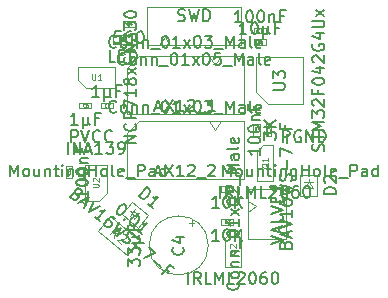
<source format=gbr>
%TF.GenerationSoftware,KiCad,Pcbnew,(5.1.8)-1*%
%TF.CreationDate,2021-07-21T00:03:38+02:00*%
%TF.ProjectId,PX12_Board,50583132-5f42-46f6-9172-642e6b696361,V1.0*%
%TF.SameCoordinates,Original*%
%TF.FileFunction,Other,Fab,Top*%
%FSLAX46Y46*%
G04 Gerber Fmt 4.6, Leading zero omitted, Abs format (unit mm)*
G04 Created by KiCad (PCBNEW (5.1.8)-1) date 2021-07-21 00:03:38*
%MOMM*%
%LPD*%
G01*
G04 APERTURE LIST*
%ADD10C,0.100000*%
%ADD11C,0.150000*%
%ADD12C,0.075000*%
%ADD13C,0.060000*%
%ADD14C,0.120000*%
%ADD15C,0.040000*%
G04 APERTURE END LIST*
D10*
%TO.C,VALVE1*%
X180257107Y-105900000D02*
X179550000Y-106400000D01*
X179550000Y-105400000D02*
X180257107Y-105900000D01*
X182750000Y-108650000D02*
X182750000Y-104400000D01*
X179550000Y-108650000D02*
X182750000Y-108650000D01*
X179550000Y-104400000D02*
X179550000Y-108650000D01*
X182750000Y-104400000D02*
X179550000Y-104400000D01*
%TO.C,U1*%
X165850000Y-95850000D02*
X165200000Y-95200000D01*
X165200000Y-94050000D02*
X165200000Y-95200000D01*
X165850000Y-95850000D02*
X168300000Y-95850000D01*
X168300000Y-94050000D02*
X168300000Y-95850000D01*
X165200000Y-94050000D02*
X168300000Y-94050000D01*
%TO.C,AX12_2*%
X179200000Y-103600000D02*
X179200000Y-98700000D01*
X179200000Y-98700000D02*
X170300000Y-98700000D01*
X170300000Y-98700000D02*
X169300000Y-99700000D01*
X169300000Y-99700000D02*
X169300000Y-103600000D01*
X169300000Y-103600000D02*
X179200000Y-103600000D01*
X177250000Y-98700000D02*
X176750000Y-99407107D01*
X176750000Y-99407107D02*
X176250000Y-98700000D01*
%TO.C,D3*%
X169762500Y-91350000D02*
X168462500Y-91350000D01*
X168462500Y-91350000D02*
X168162500Y-91650000D01*
X168162500Y-91650000D02*
X168162500Y-92150000D01*
X168162500Y-92150000D02*
X169762500Y-92150000D01*
X169762500Y-92150000D02*
X169762500Y-91350000D01*
%TO.C,AX12_1*%
X176750000Y-93907107D02*
X176250000Y-93200000D01*
X177250000Y-93200000D02*
X176750000Y-93907107D01*
X169300000Y-98100000D02*
X179200000Y-98100000D01*
X169300000Y-94200000D02*
X169300000Y-98100000D01*
X170300000Y-93200000D02*
X169300000Y-94200000D01*
X179200000Y-93200000D02*
X170300000Y-93200000D01*
X179200000Y-98100000D02*
X179200000Y-93200000D01*
%TO.C,Q1*%
X180300000Y-101250000D02*
X180300000Y-103700000D01*
X180850000Y-100680000D02*
X181700000Y-100680000D01*
X180300000Y-101250000D02*
X180850000Y-100680000D01*
X181700000Y-100680000D02*
X181700000Y-103720000D01*
X180300000Y-103720000D02*
X181700000Y-103720000D01*
%TO.C,Q2*%
X177600000Y-111020000D02*
X179000000Y-111020000D01*
X179000000Y-107980000D02*
X179000000Y-111020000D01*
X177600000Y-108550000D02*
X178150000Y-107980000D01*
X178150000Y-107980000D02*
X179000000Y-107980000D01*
X177600000Y-108550000D02*
X177600000Y-111000000D01*
%TO.C,R2*%
X170319561Y-108775548D02*
X169291101Y-110001219D01*
X169291101Y-110001219D02*
X166839759Y-107944298D01*
X166839759Y-107944298D02*
X167868219Y-106718627D01*
X167868219Y-106718627D02*
X170319561Y-108775548D01*
%TO.C,U2*%
X167600000Y-104800000D02*
X166950000Y-105450000D01*
X165800000Y-105450000D02*
X166950000Y-105450000D01*
X167600000Y-104800000D02*
X167600000Y-102350000D01*
X165800000Y-102350000D02*
X167600000Y-102350000D01*
X165800000Y-105450000D02*
X165800000Y-102350000D01*
%TO.C,U3*%
X180250000Y-96250000D02*
X180250000Y-93250000D01*
X180250000Y-93250000D02*
X184250000Y-93250000D01*
X184250000Y-93250000D02*
X184250000Y-97250000D01*
X184250000Y-97250000D02*
X181250000Y-97250000D01*
X181250000Y-97250000D02*
X180250000Y-96250000D01*
%TO.C,C4*%
X176200000Y-109200000D02*
G75*
G03*
X176200000Y-109200000I-2500000J0D01*
G01*
X174787500Y-107066395D02*
X174787500Y-107566395D01*
X175037500Y-107316395D02*
X174537500Y-107316395D01*
%TO.C,C1*%
X181080000Y-90750000D02*
X181080000Y-91250000D01*
X181080000Y-91250000D02*
X180080000Y-91250000D01*
X180080000Y-91250000D02*
X180080000Y-90750000D01*
X180080000Y-90750000D02*
X181080000Y-90750000D01*
%TO.C,C2*%
X164650000Y-102500000D02*
X164650000Y-103500000D01*
X164150000Y-102500000D02*
X164650000Y-102500000D01*
X164150000Y-103500000D02*
X164150000Y-102500000D01*
X164650000Y-103500000D02*
X164150000Y-103500000D01*
%TO.C,C3*%
X181080000Y-91750000D02*
X181080000Y-92250000D01*
X181080000Y-92250000D02*
X180080000Y-92250000D01*
X180080000Y-92250000D02*
X180080000Y-91750000D01*
X180080000Y-91750000D02*
X181080000Y-91750000D01*
%TO.C,C5*%
X167120000Y-97100000D02*
X168120000Y-97100000D01*
X167120000Y-97600000D02*
X167120000Y-97100000D01*
X168120000Y-97600000D02*
X167120000Y-97600000D01*
X168120000Y-97100000D02*
X168120000Y-97600000D01*
%TO.C,C6*%
X165300000Y-97600000D02*
X165300000Y-97100000D01*
X165300000Y-97100000D02*
X166300000Y-97100000D01*
X166300000Y-97100000D02*
X166300000Y-97600000D01*
X166300000Y-97600000D02*
X165300000Y-97600000D01*
%TO.C,C7*%
X181050000Y-99900000D02*
X181050000Y-98900000D01*
X181550000Y-99900000D02*
X181050000Y-99900000D01*
X181550000Y-98900000D02*
X181550000Y-99900000D01*
X181050000Y-98900000D02*
X181550000Y-98900000D01*
%TO.C,D1*%
X169760511Y-105485260D02*
X171139391Y-106642278D01*
X171139391Y-106642278D02*
X170239489Y-107714740D01*
X170239489Y-107714740D02*
X168860609Y-106557722D01*
X168860609Y-106557722D02*
X169760511Y-105485260D01*
X169995162Y-106139048D02*
X169545211Y-106675279D01*
X169770187Y-106407164D02*
X169616978Y-106278606D01*
X169770187Y-106407164D02*
X170378185Y-106460442D01*
X170378185Y-106460442D02*
X169928233Y-106996673D01*
X169928233Y-106996673D02*
X169770187Y-106407164D01*
X170153209Y-106728558D02*
X170344720Y-106889254D01*
%TO.C,D2*%
X184700000Y-104300000D02*
X184700000Y-104550000D01*
X184350000Y-104300000D02*
X184700000Y-103800000D01*
X185050000Y-104300000D02*
X184350000Y-104300000D01*
X184700000Y-103800000D02*
X185050000Y-104300000D01*
X184700000Y-103800000D02*
X184700000Y-103600000D01*
X185050000Y-103800000D02*
X184350000Y-103800000D01*
X184000000Y-103200000D02*
X185400000Y-103200000D01*
X184000000Y-105000000D02*
X184000000Y-103200000D01*
X185400000Y-105000000D02*
X184000000Y-105000000D01*
X185400000Y-103200000D02*
X185400000Y-105000000D01*
%TO.C,R1*%
X177275000Y-104670000D02*
X177275000Y-104130000D01*
X177275000Y-104130000D02*
X178325000Y-104130000D01*
X178325000Y-104130000D02*
X178325000Y-104670000D01*
X178325000Y-104670000D02*
X177275000Y-104670000D01*
%TO.C,R3*%
X178325000Y-107470000D02*
X177275000Y-107470000D01*
X178325000Y-106930000D02*
X178325000Y-107470000D01*
X177275000Y-106930000D02*
X178325000Y-106930000D01*
X177275000Y-107470000D02*
X177275000Y-106930000D01*
%TO.C,R4*%
X170015000Y-90720000D02*
X168965000Y-90720000D01*
X170015000Y-90180000D02*
X170015000Y-90720000D01*
X168965000Y-90180000D02*
X170015000Y-90180000D01*
X168965000Y-90720000D02*
X168965000Y-90180000D01*
%TO.C,R5*%
X180570000Y-99925000D02*
X180030000Y-99925000D01*
X180030000Y-99925000D02*
X180030000Y-98875000D01*
X180030000Y-98875000D02*
X180570000Y-98875000D01*
X180570000Y-98875000D02*
X180570000Y-99925000D01*
%TO.C,SWD*%
X172500000Y-91542893D02*
X173000000Y-92250000D01*
X172000000Y-92250000D02*
X172500000Y-91542893D01*
X179000000Y-89050000D02*
X171000000Y-89050000D01*
X179000000Y-92250000D02*
X179000000Y-89050000D01*
X171000000Y-92250000D02*
X179000000Y-92250000D01*
X171000000Y-89050000D02*
X171000000Y-92250000D01*
%TD*%
%TO.C,VALVE1*%
D11*
X178707142Y-112353333D02*
X178754761Y-112400952D01*
X178802380Y-112543809D01*
X178802380Y-112639047D01*
X178754761Y-112781904D01*
X178659523Y-112877142D01*
X178564285Y-112924761D01*
X178373809Y-112972380D01*
X178230952Y-112972380D01*
X178040476Y-112924761D01*
X177945238Y-112877142D01*
X177850000Y-112781904D01*
X177802380Y-112639047D01*
X177802380Y-112543809D01*
X177850000Y-112400952D01*
X177897619Y-112353333D01*
X178802380Y-111781904D02*
X178754761Y-111877142D01*
X178707142Y-111924761D01*
X178611904Y-111972380D01*
X178326190Y-111972380D01*
X178230952Y-111924761D01*
X178183333Y-111877142D01*
X178135714Y-111781904D01*
X178135714Y-111639047D01*
X178183333Y-111543809D01*
X178230952Y-111496190D01*
X178326190Y-111448571D01*
X178611904Y-111448571D01*
X178707142Y-111496190D01*
X178754761Y-111543809D01*
X178802380Y-111639047D01*
X178802380Y-111781904D01*
X178135714Y-111020000D02*
X178802380Y-111020000D01*
X178230952Y-111020000D02*
X178183333Y-110972380D01*
X178135714Y-110877142D01*
X178135714Y-110734285D01*
X178183333Y-110639047D01*
X178278571Y-110591428D01*
X178802380Y-110591428D01*
X178135714Y-110115238D02*
X178802380Y-110115238D01*
X178230952Y-110115238D02*
X178183333Y-110067619D01*
X178135714Y-109972380D01*
X178135714Y-109829523D01*
X178183333Y-109734285D01*
X178278571Y-109686666D01*
X178802380Y-109686666D01*
X178897619Y-109448571D02*
X178897619Y-108686666D01*
X177802380Y-108258095D02*
X177802380Y-108162857D01*
X177850000Y-108067619D01*
X177897619Y-108020000D01*
X177992857Y-107972380D01*
X178183333Y-107924761D01*
X178421428Y-107924761D01*
X178611904Y-107972380D01*
X178707142Y-108020000D01*
X178754761Y-108067619D01*
X178802380Y-108162857D01*
X178802380Y-108258095D01*
X178754761Y-108353333D01*
X178707142Y-108400952D01*
X178611904Y-108448571D01*
X178421428Y-108496190D01*
X178183333Y-108496190D01*
X177992857Y-108448571D01*
X177897619Y-108400952D01*
X177850000Y-108353333D01*
X177802380Y-108258095D01*
X178802380Y-106972380D02*
X178802380Y-107543809D01*
X178802380Y-107258095D02*
X177802380Y-107258095D01*
X177945238Y-107353333D01*
X178040476Y-107448571D01*
X178088095Y-107543809D01*
X178802380Y-106639047D02*
X178135714Y-106115238D01*
X178135714Y-106639047D02*
X178802380Y-106115238D01*
X177802380Y-105543809D02*
X177802380Y-105448571D01*
X177850000Y-105353333D01*
X177897619Y-105305714D01*
X177992857Y-105258095D01*
X178183333Y-105210476D01*
X178421428Y-105210476D01*
X178611904Y-105258095D01*
X178707142Y-105305714D01*
X178754761Y-105353333D01*
X178802380Y-105448571D01*
X178802380Y-105543809D01*
X178754761Y-105639047D01*
X178707142Y-105686666D01*
X178611904Y-105734285D01*
X178421428Y-105781904D01*
X178183333Y-105781904D01*
X177992857Y-105734285D01*
X177897619Y-105686666D01*
X177850000Y-105639047D01*
X177802380Y-105543809D01*
X177897619Y-104829523D02*
X177850000Y-104781904D01*
X177802380Y-104686666D01*
X177802380Y-104448571D01*
X177850000Y-104353333D01*
X177897619Y-104305714D01*
X177992857Y-104258095D01*
X178088095Y-104258095D01*
X178230952Y-104305714D01*
X178802380Y-104877142D01*
X178802380Y-104258095D01*
X178897619Y-104067619D02*
X178897619Y-103305714D01*
X178802380Y-103067619D02*
X177802380Y-103067619D01*
X178516666Y-102734285D01*
X177802380Y-102400952D01*
X178802380Y-102400952D01*
X178802380Y-101496190D02*
X178278571Y-101496190D01*
X178183333Y-101543809D01*
X178135714Y-101639047D01*
X178135714Y-101829523D01*
X178183333Y-101924761D01*
X178754761Y-101496190D02*
X178802380Y-101591428D01*
X178802380Y-101829523D01*
X178754761Y-101924761D01*
X178659523Y-101972380D01*
X178564285Y-101972380D01*
X178469047Y-101924761D01*
X178421428Y-101829523D01*
X178421428Y-101591428D01*
X178373809Y-101496190D01*
X178802380Y-100877142D02*
X178754761Y-100972380D01*
X178659523Y-101020000D01*
X177802380Y-101020000D01*
X178754761Y-100115238D02*
X178802380Y-100210476D01*
X178802380Y-100400952D01*
X178754761Y-100496190D01*
X178659523Y-100543809D01*
X178278571Y-100543809D01*
X178183333Y-100496190D01*
X178135714Y-100400952D01*
X178135714Y-100210476D01*
X178183333Y-100115238D01*
X178278571Y-100067619D01*
X178373809Y-100067619D01*
X178469047Y-100543809D01*
X181502380Y-109043809D02*
X182502380Y-108710476D01*
X181502380Y-108377142D01*
X182216666Y-108091428D02*
X182216666Y-107615238D01*
X182502380Y-108186666D02*
X181502380Y-107853333D01*
X182502380Y-107520000D01*
X182502380Y-106710476D02*
X182502380Y-107186666D01*
X181502380Y-107186666D01*
X181502380Y-106520000D02*
X182502380Y-106186666D01*
X181502380Y-105853333D01*
X181978571Y-105520000D02*
X181978571Y-105186666D01*
X182502380Y-105043809D02*
X182502380Y-105520000D01*
X181502380Y-105520000D01*
X181502380Y-105043809D01*
X182502380Y-104091428D02*
X182502380Y-104662857D01*
X182502380Y-104377142D02*
X181502380Y-104377142D01*
X181645238Y-104472380D01*
X181740476Y-104567619D01*
X181788095Y-104662857D01*
%TO.C,U1*%
X170102380Y-100497619D02*
X169102380Y-100497619D01*
X170102380Y-99926190D01*
X169102380Y-99926190D01*
X170007142Y-98878571D02*
X170054761Y-98926190D01*
X170102380Y-99069047D01*
X170102380Y-99164285D01*
X170054761Y-99307142D01*
X169959523Y-99402380D01*
X169864285Y-99450000D01*
X169673809Y-99497619D01*
X169530952Y-99497619D01*
X169340476Y-99450000D01*
X169245238Y-99402380D01*
X169150000Y-99307142D01*
X169102380Y-99164285D01*
X169102380Y-99069047D01*
X169150000Y-98926190D01*
X169197619Y-98878571D01*
X170102380Y-98450000D02*
X169102380Y-98450000D01*
X169102380Y-98069047D01*
X169150000Y-97973809D01*
X169197619Y-97926190D01*
X169292857Y-97878571D01*
X169435714Y-97878571D01*
X169530952Y-97926190D01*
X169578571Y-97973809D01*
X169626190Y-98069047D01*
X169626190Y-98450000D01*
X169102380Y-97545238D02*
X169102380Y-96878571D01*
X170102380Y-97307142D01*
X170102380Y-95973809D02*
X170102380Y-96545238D01*
X170102380Y-96259523D02*
X169102380Y-96259523D01*
X169245238Y-96354761D01*
X169340476Y-96450000D01*
X169388095Y-96545238D01*
X169530952Y-95402380D02*
X169483333Y-95497619D01*
X169435714Y-95545238D01*
X169340476Y-95592857D01*
X169292857Y-95592857D01*
X169197619Y-95545238D01*
X169150000Y-95497619D01*
X169102380Y-95402380D01*
X169102380Y-95211904D01*
X169150000Y-95116666D01*
X169197619Y-95069047D01*
X169292857Y-95021428D01*
X169340476Y-95021428D01*
X169435714Y-95069047D01*
X169483333Y-95116666D01*
X169530952Y-95211904D01*
X169530952Y-95402380D01*
X169578571Y-95497619D01*
X169626190Y-95545238D01*
X169721428Y-95592857D01*
X169911904Y-95592857D01*
X170007142Y-95545238D01*
X170054761Y-95497619D01*
X170102380Y-95402380D01*
X170102380Y-95211904D01*
X170054761Y-95116666D01*
X170007142Y-95069047D01*
X169911904Y-95021428D01*
X169721428Y-95021428D01*
X169626190Y-95069047D01*
X169578571Y-95116666D01*
X169530952Y-95211904D01*
X170102380Y-94688095D02*
X169435714Y-94164285D01*
X169435714Y-94688095D02*
X170102380Y-94164285D01*
X170054761Y-93830952D02*
X170102380Y-93688095D01*
X170102380Y-93450000D01*
X170054761Y-93354761D01*
X170007142Y-93307142D01*
X169911904Y-93259523D01*
X169816666Y-93259523D01*
X169721428Y-93307142D01*
X169673809Y-93354761D01*
X169626190Y-93450000D01*
X169578571Y-93640476D01*
X169530952Y-93735714D01*
X169483333Y-93783333D01*
X169388095Y-93830952D01*
X169292857Y-93830952D01*
X169197619Y-93783333D01*
X169150000Y-93735714D01*
X169102380Y-93640476D01*
X169102380Y-93402380D01*
X169150000Y-93259523D01*
X170102380Y-92830952D02*
X169102380Y-92830952D01*
X170102380Y-92259523D01*
X169102380Y-92259523D01*
X169102380Y-91878571D02*
X169102380Y-91259523D01*
X169483333Y-91592857D01*
X169483333Y-91450000D01*
X169530952Y-91354761D01*
X169578571Y-91307142D01*
X169673809Y-91259523D01*
X169911904Y-91259523D01*
X170007142Y-91307142D01*
X170054761Y-91354761D01*
X170102380Y-91450000D01*
X170102380Y-91735714D01*
X170054761Y-91830952D01*
X170007142Y-91878571D01*
X169102380Y-90926190D02*
X169102380Y-90307142D01*
X169483333Y-90640476D01*
X169483333Y-90497619D01*
X169530952Y-90402380D01*
X169578571Y-90354761D01*
X169673809Y-90307142D01*
X169911904Y-90307142D01*
X170007142Y-90354761D01*
X170054761Y-90402380D01*
X170102380Y-90497619D01*
X170102380Y-90783333D01*
X170054761Y-90878571D01*
X170007142Y-90926190D01*
X169102380Y-89688095D02*
X169102380Y-89592857D01*
X169150000Y-89497619D01*
X169197619Y-89450000D01*
X169292857Y-89402380D01*
X169483333Y-89354761D01*
X169721428Y-89354761D01*
X169911904Y-89402380D01*
X170007142Y-89450000D01*
X170054761Y-89497619D01*
X170102380Y-89592857D01*
X170102380Y-89688095D01*
X170054761Y-89783333D01*
X170007142Y-89830952D01*
X169911904Y-89878571D01*
X169721428Y-89926190D01*
X169483333Y-89926190D01*
X169292857Y-89878571D01*
X169197619Y-89830952D01*
X169150000Y-89783333D01*
X169102380Y-89688095D01*
D12*
X166369047Y-94676190D02*
X166369047Y-95080952D01*
X166392857Y-95128571D01*
X166416666Y-95152380D01*
X166464285Y-95176190D01*
X166559523Y-95176190D01*
X166607142Y-95152380D01*
X166630952Y-95128571D01*
X166654761Y-95080952D01*
X166654761Y-94676190D01*
X167154761Y-95176190D02*
X166869047Y-95176190D01*
X167011904Y-95176190D02*
X167011904Y-94676190D01*
X166964285Y-94747619D01*
X166916666Y-94795238D01*
X166869047Y-94819047D01*
%TO.C,AX12_2*%
D11*
X168416666Y-97857142D02*
X168369047Y-97904761D01*
X168226190Y-97952380D01*
X168130952Y-97952380D01*
X167988095Y-97904761D01*
X167892857Y-97809523D01*
X167845238Y-97714285D01*
X167797619Y-97523809D01*
X167797619Y-97380952D01*
X167845238Y-97190476D01*
X167892857Y-97095238D01*
X167988095Y-97000000D01*
X168130952Y-96952380D01*
X168226190Y-96952380D01*
X168369047Y-97000000D01*
X168416666Y-97047619D01*
X168988095Y-97952380D02*
X168892857Y-97904761D01*
X168845238Y-97857142D01*
X168797619Y-97761904D01*
X168797619Y-97476190D01*
X168845238Y-97380952D01*
X168892857Y-97333333D01*
X168988095Y-97285714D01*
X169130952Y-97285714D01*
X169226190Y-97333333D01*
X169273809Y-97380952D01*
X169321428Y-97476190D01*
X169321428Y-97761904D01*
X169273809Y-97857142D01*
X169226190Y-97904761D01*
X169130952Y-97952380D01*
X168988095Y-97952380D01*
X169750000Y-97285714D02*
X169750000Y-97952380D01*
X169750000Y-97380952D02*
X169797619Y-97333333D01*
X169892857Y-97285714D01*
X170035714Y-97285714D01*
X170130952Y-97333333D01*
X170178571Y-97428571D01*
X170178571Y-97952380D01*
X170654761Y-97285714D02*
X170654761Y-97952380D01*
X170654761Y-97380952D02*
X170702380Y-97333333D01*
X170797619Y-97285714D01*
X170940476Y-97285714D01*
X171035714Y-97333333D01*
X171083333Y-97428571D01*
X171083333Y-97952380D01*
X171321428Y-98047619D02*
X172083333Y-98047619D01*
X172511904Y-96952380D02*
X172607142Y-96952380D01*
X172702380Y-97000000D01*
X172750000Y-97047619D01*
X172797619Y-97142857D01*
X172845238Y-97333333D01*
X172845238Y-97571428D01*
X172797619Y-97761904D01*
X172750000Y-97857142D01*
X172702380Y-97904761D01*
X172607142Y-97952380D01*
X172511904Y-97952380D01*
X172416666Y-97904761D01*
X172369047Y-97857142D01*
X172321428Y-97761904D01*
X172273809Y-97571428D01*
X172273809Y-97333333D01*
X172321428Y-97142857D01*
X172369047Y-97047619D01*
X172416666Y-97000000D01*
X172511904Y-96952380D01*
X173797619Y-97952380D02*
X173226190Y-97952380D01*
X173511904Y-97952380D02*
X173511904Y-96952380D01*
X173416666Y-97095238D01*
X173321428Y-97190476D01*
X173226190Y-97238095D01*
X174130952Y-97952380D02*
X174654761Y-97285714D01*
X174130952Y-97285714D02*
X174654761Y-97952380D01*
X175226190Y-96952380D02*
X175321428Y-96952380D01*
X175416666Y-97000000D01*
X175464285Y-97047619D01*
X175511904Y-97142857D01*
X175559523Y-97333333D01*
X175559523Y-97571428D01*
X175511904Y-97761904D01*
X175464285Y-97857142D01*
X175416666Y-97904761D01*
X175321428Y-97952380D01*
X175226190Y-97952380D01*
X175130952Y-97904761D01*
X175083333Y-97857142D01*
X175035714Y-97761904D01*
X174988095Y-97571428D01*
X174988095Y-97333333D01*
X175035714Y-97142857D01*
X175083333Y-97047619D01*
X175130952Y-97000000D01*
X175226190Y-96952380D01*
X175892857Y-96952380D02*
X176511904Y-96952380D01*
X176178571Y-97333333D01*
X176321428Y-97333333D01*
X176416666Y-97380952D01*
X176464285Y-97428571D01*
X176511904Y-97523809D01*
X176511904Y-97761904D01*
X176464285Y-97857142D01*
X176416666Y-97904761D01*
X176321428Y-97952380D01*
X176035714Y-97952380D01*
X175940476Y-97904761D01*
X175892857Y-97857142D01*
X176702380Y-98047619D02*
X177464285Y-98047619D01*
X177702380Y-97952380D02*
X177702380Y-96952380D01*
X178035714Y-97666666D01*
X178369047Y-96952380D01*
X178369047Y-97952380D01*
X179273809Y-97952380D02*
X179273809Y-97428571D01*
X179226190Y-97333333D01*
X179130952Y-97285714D01*
X178940476Y-97285714D01*
X178845238Y-97333333D01*
X179273809Y-97904761D02*
X179178571Y-97952380D01*
X178940476Y-97952380D01*
X178845238Y-97904761D01*
X178797619Y-97809523D01*
X178797619Y-97714285D01*
X178845238Y-97619047D01*
X178940476Y-97571428D01*
X179178571Y-97571428D01*
X179273809Y-97523809D01*
X179892857Y-97952380D02*
X179797619Y-97904761D01*
X179750000Y-97809523D01*
X179750000Y-96952380D01*
X180654761Y-97904761D02*
X180559523Y-97952380D01*
X180369047Y-97952380D01*
X180273809Y-97904761D01*
X180226190Y-97809523D01*
X180226190Y-97428571D01*
X180273809Y-97333333D01*
X180369047Y-97285714D01*
X180559523Y-97285714D01*
X180654761Y-97333333D01*
X180702380Y-97428571D01*
X180702380Y-97523809D01*
X180226190Y-97619047D01*
X171726190Y-103066666D02*
X172202380Y-103066666D01*
X171630952Y-103352380D02*
X171964285Y-102352380D01*
X172297619Y-103352380D01*
X172535714Y-102352380D02*
X173202380Y-103352380D01*
X173202380Y-102352380D02*
X172535714Y-103352380D01*
X174107142Y-103352380D02*
X173535714Y-103352380D01*
X173821428Y-103352380D02*
X173821428Y-102352380D01*
X173726190Y-102495238D01*
X173630952Y-102590476D01*
X173535714Y-102638095D01*
X174488095Y-102447619D02*
X174535714Y-102400000D01*
X174630952Y-102352380D01*
X174869047Y-102352380D01*
X174964285Y-102400000D01*
X175011904Y-102447619D01*
X175059523Y-102542857D01*
X175059523Y-102638095D01*
X175011904Y-102780952D01*
X174440476Y-103352380D01*
X175059523Y-103352380D01*
X175250000Y-103447619D02*
X176011904Y-103447619D01*
X176202380Y-102447619D02*
X176250000Y-102400000D01*
X176345238Y-102352380D01*
X176583333Y-102352380D01*
X176678571Y-102400000D01*
X176726190Y-102447619D01*
X176773809Y-102542857D01*
X176773809Y-102638095D01*
X176726190Y-102780952D01*
X176154761Y-103352380D01*
X176773809Y-103352380D01*
%TO.C,D3*%
X168319642Y-93632380D02*
X167843452Y-93632380D01*
X167843452Y-92632380D01*
X168652976Y-93108571D02*
X168986309Y-93108571D01*
X169129166Y-93632380D02*
X168652976Y-93632380D01*
X168652976Y-92632380D01*
X169129166Y-92632380D01*
X169557738Y-93632380D02*
X169557738Y-92632380D01*
X169795833Y-92632380D01*
X169938690Y-92680000D01*
X170033928Y-92775238D01*
X170081547Y-92870476D01*
X170129166Y-93060952D01*
X170129166Y-93203809D01*
X170081547Y-93394285D01*
X170033928Y-93489523D01*
X169938690Y-93584761D01*
X169795833Y-93632380D01*
X169557738Y-93632380D01*
D13*
X168667261Y-91930952D02*
X168667261Y-91530952D01*
X168762500Y-91530952D01*
X168819642Y-91550000D01*
X168857738Y-91588095D01*
X168876785Y-91626190D01*
X168895833Y-91702380D01*
X168895833Y-91759523D01*
X168876785Y-91835714D01*
X168857738Y-91873809D01*
X168819642Y-91911904D01*
X168762500Y-91930952D01*
X168667261Y-91930952D01*
X169029166Y-91530952D02*
X169276785Y-91530952D01*
X169143452Y-91683333D01*
X169200595Y-91683333D01*
X169238690Y-91702380D01*
X169257738Y-91721428D01*
X169276785Y-91759523D01*
X169276785Y-91854761D01*
X169257738Y-91892857D01*
X169238690Y-91911904D01*
X169200595Y-91930952D01*
X169086309Y-91930952D01*
X169048214Y-91911904D01*
X169029166Y-91892857D01*
%TO.C,AX12_1*%
D11*
X168416666Y-92357142D02*
X168369047Y-92404761D01*
X168226190Y-92452380D01*
X168130952Y-92452380D01*
X167988095Y-92404761D01*
X167892857Y-92309523D01*
X167845238Y-92214285D01*
X167797619Y-92023809D01*
X167797619Y-91880952D01*
X167845238Y-91690476D01*
X167892857Y-91595238D01*
X167988095Y-91500000D01*
X168130952Y-91452380D01*
X168226190Y-91452380D01*
X168369047Y-91500000D01*
X168416666Y-91547619D01*
X168988095Y-92452380D02*
X168892857Y-92404761D01*
X168845238Y-92357142D01*
X168797619Y-92261904D01*
X168797619Y-91976190D01*
X168845238Y-91880952D01*
X168892857Y-91833333D01*
X168988095Y-91785714D01*
X169130952Y-91785714D01*
X169226190Y-91833333D01*
X169273809Y-91880952D01*
X169321428Y-91976190D01*
X169321428Y-92261904D01*
X169273809Y-92357142D01*
X169226190Y-92404761D01*
X169130952Y-92452380D01*
X168988095Y-92452380D01*
X169750000Y-91785714D02*
X169750000Y-92452380D01*
X169750000Y-91880952D02*
X169797619Y-91833333D01*
X169892857Y-91785714D01*
X170035714Y-91785714D01*
X170130952Y-91833333D01*
X170178571Y-91928571D01*
X170178571Y-92452380D01*
X170654761Y-91785714D02*
X170654761Y-92452380D01*
X170654761Y-91880952D02*
X170702380Y-91833333D01*
X170797619Y-91785714D01*
X170940476Y-91785714D01*
X171035714Y-91833333D01*
X171083333Y-91928571D01*
X171083333Y-92452380D01*
X171321428Y-92547619D02*
X172083333Y-92547619D01*
X172511904Y-91452380D02*
X172607142Y-91452380D01*
X172702380Y-91500000D01*
X172750000Y-91547619D01*
X172797619Y-91642857D01*
X172845238Y-91833333D01*
X172845238Y-92071428D01*
X172797619Y-92261904D01*
X172750000Y-92357142D01*
X172702380Y-92404761D01*
X172607142Y-92452380D01*
X172511904Y-92452380D01*
X172416666Y-92404761D01*
X172369047Y-92357142D01*
X172321428Y-92261904D01*
X172273809Y-92071428D01*
X172273809Y-91833333D01*
X172321428Y-91642857D01*
X172369047Y-91547619D01*
X172416666Y-91500000D01*
X172511904Y-91452380D01*
X173797619Y-92452380D02*
X173226190Y-92452380D01*
X173511904Y-92452380D02*
X173511904Y-91452380D01*
X173416666Y-91595238D01*
X173321428Y-91690476D01*
X173226190Y-91738095D01*
X174130952Y-92452380D02*
X174654761Y-91785714D01*
X174130952Y-91785714D02*
X174654761Y-92452380D01*
X175226190Y-91452380D02*
X175321428Y-91452380D01*
X175416666Y-91500000D01*
X175464285Y-91547619D01*
X175511904Y-91642857D01*
X175559523Y-91833333D01*
X175559523Y-92071428D01*
X175511904Y-92261904D01*
X175464285Y-92357142D01*
X175416666Y-92404761D01*
X175321428Y-92452380D01*
X175226190Y-92452380D01*
X175130952Y-92404761D01*
X175083333Y-92357142D01*
X175035714Y-92261904D01*
X174988095Y-92071428D01*
X174988095Y-91833333D01*
X175035714Y-91642857D01*
X175083333Y-91547619D01*
X175130952Y-91500000D01*
X175226190Y-91452380D01*
X175892857Y-91452380D02*
X176511904Y-91452380D01*
X176178571Y-91833333D01*
X176321428Y-91833333D01*
X176416666Y-91880952D01*
X176464285Y-91928571D01*
X176511904Y-92023809D01*
X176511904Y-92261904D01*
X176464285Y-92357142D01*
X176416666Y-92404761D01*
X176321428Y-92452380D01*
X176035714Y-92452380D01*
X175940476Y-92404761D01*
X175892857Y-92357142D01*
X176702380Y-92547619D02*
X177464285Y-92547619D01*
X177702380Y-92452380D02*
X177702380Y-91452380D01*
X178035714Y-92166666D01*
X178369047Y-91452380D01*
X178369047Y-92452380D01*
X179273809Y-92452380D02*
X179273809Y-91928571D01*
X179226190Y-91833333D01*
X179130952Y-91785714D01*
X178940476Y-91785714D01*
X178845238Y-91833333D01*
X179273809Y-92404761D02*
X179178571Y-92452380D01*
X178940476Y-92452380D01*
X178845238Y-92404761D01*
X178797619Y-92309523D01*
X178797619Y-92214285D01*
X178845238Y-92119047D01*
X178940476Y-92071428D01*
X179178571Y-92071428D01*
X179273809Y-92023809D01*
X179892857Y-92452380D02*
X179797619Y-92404761D01*
X179750000Y-92309523D01*
X179750000Y-91452380D01*
X180654761Y-92404761D02*
X180559523Y-92452380D01*
X180369047Y-92452380D01*
X180273809Y-92404761D01*
X180226190Y-92309523D01*
X180226190Y-91928571D01*
X180273809Y-91833333D01*
X180369047Y-91785714D01*
X180559523Y-91785714D01*
X180654761Y-91833333D01*
X180702380Y-91928571D01*
X180702380Y-92023809D01*
X180226190Y-92119047D01*
X171726190Y-97566666D02*
X172202380Y-97566666D01*
X171630952Y-97852380D02*
X171964285Y-96852380D01*
X172297619Y-97852380D01*
X172535714Y-96852380D02*
X173202380Y-97852380D01*
X173202380Y-96852380D02*
X172535714Y-97852380D01*
X174107142Y-97852380D02*
X173535714Y-97852380D01*
X173821428Y-97852380D02*
X173821428Y-96852380D01*
X173726190Y-96995238D01*
X173630952Y-97090476D01*
X173535714Y-97138095D01*
X174488095Y-96947619D02*
X174535714Y-96900000D01*
X174630952Y-96852380D01*
X174869047Y-96852380D01*
X174964285Y-96900000D01*
X175011904Y-96947619D01*
X175059523Y-97042857D01*
X175059523Y-97138095D01*
X175011904Y-97280952D01*
X174440476Y-97852380D01*
X175059523Y-97852380D01*
X175250000Y-97947619D02*
X176011904Y-97947619D01*
X176773809Y-97852380D02*
X176202380Y-97852380D01*
X176488095Y-97852380D02*
X176488095Y-96852380D01*
X176392857Y-96995238D01*
X176297619Y-97090476D01*
X176202380Y-97138095D01*
%TO.C,Q1*%
X177214285Y-105152380D02*
X177214285Y-104152380D01*
X178261904Y-105152380D02*
X177928571Y-104676190D01*
X177690476Y-105152380D02*
X177690476Y-104152380D01*
X178071428Y-104152380D01*
X178166666Y-104200000D01*
X178214285Y-104247619D01*
X178261904Y-104342857D01*
X178261904Y-104485714D01*
X178214285Y-104580952D01*
X178166666Y-104628571D01*
X178071428Y-104676190D01*
X177690476Y-104676190D01*
X179166666Y-105152380D02*
X178690476Y-105152380D01*
X178690476Y-104152380D01*
X179500000Y-105152380D02*
X179500000Y-104152380D01*
X179833333Y-104866666D01*
X180166666Y-104152380D01*
X180166666Y-105152380D01*
X181119047Y-105152380D02*
X180642857Y-105152380D01*
X180642857Y-104152380D01*
X181404761Y-104247619D02*
X181452380Y-104200000D01*
X181547619Y-104152380D01*
X181785714Y-104152380D01*
X181880952Y-104200000D01*
X181928571Y-104247619D01*
X181976190Y-104342857D01*
X181976190Y-104438095D01*
X181928571Y-104580952D01*
X181357142Y-105152380D01*
X181976190Y-105152380D01*
X182595238Y-104152380D02*
X182690476Y-104152380D01*
X182785714Y-104200000D01*
X182833333Y-104247619D01*
X182880952Y-104342857D01*
X182928571Y-104533333D01*
X182928571Y-104771428D01*
X182880952Y-104961904D01*
X182833333Y-105057142D01*
X182785714Y-105104761D01*
X182690476Y-105152380D01*
X182595238Y-105152380D01*
X182500000Y-105104761D01*
X182452380Y-105057142D01*
X182404761Y-104961904D01*
X182357142Y-104771428D01*
X182357142Y-104533333D01*
X182404761Y-104342857D01*
X182452380Y-104247619D01*
X182500000Y-104200000D01*
X182595238Y-104152380D01*
X183785714Y-104152380D02*
X183595238Y-104152380D01*
X183500000Y-104200000D01*
X183452380Y-104247619D01*
X183357142Y-104390476D01*
X183309523Y-104580952D01*
X183309523Y-104961904D01*
X183357142Y-105057142D01*
X183404761Y-105104761D01*
X183500000Y-105152380D01*
X183690476Y-105152380D01*
X183785714Y-105104761D01*
X183833333Y-105057142D01*
X183880952Y-104961904D01*
X183880952Y-104723809D01*
X183833333Y-104628571D01*
X183785714Y-104580952D01*
X183690476Y-104533333D01*
X183500000Y-104533333D01*
X183404761Y-104580952D01*
X183357142Y-104628571D01*
X183309523Y-104723809D01*
X184500000Y-104152380D02*
X184595238Y-104152380D01*
X184690476Y-104200000D01*
X184738095Y-104247619D01*
X184785714Y-104342857D01*
X184833333Y-104533333D01*
X184833333Y-104771428D01*
X184785714Y-104961904D01*
X184738095Y-105057142D01*
X184690476Y-105104761D01*
X184595238Y-105152380D01*
X184500000Y-105152380D01*
X184404761Y-105104761D01*
X184357142Y-105057142D01*
X184309523Y-104961904D01*
X184261904Y-104771428D01*
X184261904Y-104533333D01*
X184309523Y-104342857D01*
X184357142Y-104247619D01*
X184404761Y-104200000D01*
X184500000Y-104152380D01*
D12*
X181273809Y-102247619D02*
X181250000Y-102295238D01*
X181202380Y-102342857D01*
X181130952Y-102414285D01*
X181107142Y-102461904D01*
X181107142Y-102509523D01*
X181226190Y-102485714D02*
X181202380Y-102533333D01*
X181154761Y-102580952D01*
X181059523Y-102604761D01*
X180892857Y-102604761D01*
X180797619Y-102580952D01*
X180750000Y-102533333D01*
X180726190Y-102485714D01*
X180726190Y-102390476D01*
X180750000Y-102342857D01*
X180797619Y-102295238D01*
X180892857Y-102271428D01*
X181059523Y-102271428D01*
X181154761Y-102295238D01*
X181202380Y-102342857D01*
X181226190Y-102390476D01*
X181226190Y-102485714D01*
X181226190Y-101795238D02*
X181226190Y-102080952D01*
X181226190Y-101938095D02*
X180726190Y-101938095D01*
X180797619Y-101985714D01*
X180845238Y-102033333D01*
X180869047Y-102080952D01*
%TO.C,Q2*%
D11*
X174514285Y-112452380D02*
X174514285Y-111452380D01*
X175561904Y-112452380D02*
X175228571Y-111976190D01*
X174990476Y-112452380D02*
X174990476Y-111452380D01*
X175371428Y-111452380D01*
X175466666Y-111500000D01*
X175514285Y-111547619D01*
X175561904Y-111642857D01*
X175561904Y-111785714D01*
X175514285Y-111880952D01*
X175466666Y-111928571D01*
X175371428Y-111976190D01*
X174990476Y-111976190D01*
X176466666Y-112452380D02*
X175990476Y-112452380D01*
X175990476Y-111452380D01*
X176800000Y-112452380D02*
X176800000Y-111452380D01*
X177133333Y-112166666D01*
X177466666Y-111452380D01*
X177466666Y-112452380D01*
X178419047Y-112452380D02*
X177942857Y-112452380D01*
X177942857Y-111452380D01*
X178704761Y-111547619D02*
X178752380Y-111500000D01*
X178847619Y-111452380D01*
X179085714Y-111452380D01*
X179180952Y-111500000D01*
X179228571Y-111547619D01*
X179276190Y-111642857D01*
X179276190Y-111738095D01*
X179228571Y-111880952D01*
X178657142Y-112452380D01*
X179276190Y-112452380D01*
X179895238Y-111452380D02*
X179990476Y-111452380D01*
X180085714Y-111500000D01*
X180133333Y-111547619D01*
X180180952Y-111642857D01*
X180228571Y-111833333D01*
X180228571Y-112071428D01*
X180180952Y-112261904D01*
X180133333Y-112357142D01*
X180085714Y-112404761D01*
X179990476Y-112452380D01*
X179895238Y-112452380D01*
X179800000Y-112404761D01*
X179752380Y-112357142D01*
X179704761Y-112261904D01*
X179657142Y-112071428D01*
X179657142Y-111833333D01*
X179704761Y-111642857D01*
X179752380Y-111547619D01*
X179800000Y-111500000D01*
X179895238Y-111452380D01*
X181085714Y-111452380D02*
X180895238Y-111452380D01*
X180800000Y-111500000D01*
X180752380Y-111547619D01*
X180657142Y-111690476D01*
X180609523Y-111880952D01*
X180609523Y-112261904D01*
X180657142Y-112357142D01*
X180704761Y-112404761D01*
X180800000Y-112452380D01*
X180990476Y-112452380D01*
X181085714Y-112404761D01*
X181133333Y-112357142D01*
X181180952Y-112261904D01*
X181180952Y-112023809D01*
X181133333Y-111928571D01*
X181085714Y-111880952D01*
X180990476Y-111833333D01*
X180800000Y-111833333D01*
X180704761Y-111880952D01*
X180657142Y-111928571D01*
X180609523Y-112023809D01*
X181800000Y-111452380D02*
X181895238Y-111452380D01*
X181990476Y-111500000D01*
X182038095Y-111547619D01*
X182085714Y-111642857D01*
X182133333Y-111833333D01*
X182133333Y-112071428D01*
X182085714Y-112261904D01*
X182038095Y-112357142D01*
X181990476Y-112404761D01*
X181895238Y-112452380D01*
X181800000Y-112452380D01*
X181704761Y-112404761D01*
X181657142Y-112357142D01*
X181609523Y-112261904D01*
X181561904Y-112071428D01*
X181561904Y-111833333D01*
X181609523Y-111642857D01*
X181657142Y-111547619D01*
X181704761Y-111500000D01*
X181800000Y-111452380D01*
D12*
X178573809Y-109547619D02*
X178550000Y-109595238D01*
X178502380Y-109642857D01*
X178430952Y-109714285D01*
X178407142Y-109761904D01*
X178407142Y-109809523D01*
X178526190Y-109785714D02*
X178502380Y-109833333D01*
X178454761Y-109880952D01*
X178359523Y-109904761D01*
X178192857Y-109904761D01*
X178097619Y-109880952D01*
X178050000Y-109833333D01*
X178026190Y-109785714D01*
X178026190Y-109690476D01*
X178050000Y-109642857D01*
X178097619Y-109595238D01*
X178192857Y-109571428D01*
X178359523Y-109571428D01*
X178454761Y-109595238D01*
X178502380Y-109642857D01*
X178526190Y-109690476D01*
X178526190Y-109785714D01*
X178073809Y-109380952D02*
X178050000Y-109357142D01*
X178026190Y-109309523D01*
X178026190Y-109190476D01*
X178050000Y-109142857D01*
X178073809Y-109119047D01*
X178121428Y-109095238D01*
X178169047Y-109095238D01*
X178240476Y-109119047D01*
X178526190Y-109404761D01*
X178526190Y-109095238D01*
%TO.C,R2*%
D11*
X169153099Y-105750389D02*
X169226056Y-105811607D01*
X169268404Y-105909303D01*
X169274273Y-105976390D01*
X169249533Y-106079956D01*
X169163576Y-106256478D01*
X169010531Y-106438869D01*
X168851617Y-106554174D01*
X168753921Y-106596521D01*
X168686834Y-106602391D01*
X168583268Y-106577651D01*
X168510312Y-106516433D01*
X168467964Y-106418737D01*
X168462095Y-106351650D01*
X168486834Y-106248084D01*
X168572792Y-106071562D01*
X168725836Y-105889170D01*
X168884750Y-105773866D01*
X168982446Y-105731519D01*
X169049534Y-105725649D01*
X169153099Y-105750389D01*
X169155182Y-106933219D02*
X169161052Y-107000307D01*
X169093965Y-107006176D01*
X169088095Y-106939089D01*
X169155182Y-106933219D01*
X169093965Y-107006176D01*
X170247448Y-106668657D02*
X170320405Y-106729875D01*
X170362753Y-106827571D01*
X170368622Y-106894658D01*
X170343883Y-106998224D01*
X170257925Y-107174746D01*
X170104880Y-107357137D01*
X169945966Y-107472442D01*
X169848270Y-107514789D01*
X169781183Y-107520659D01*
X169677617Y-107495919D01*
X169604661Y-107434701D01*
X169562313Y-107337005D01*
X169556444Y-107269918D01*
X169581183Y-107166352D01*
X169667141Y-106989830D01*
X169820185Y-106807438D01*
X169979100Y-106692134D01*
X170076796Y-106649787D01*
X170143883Y-106643917D01*
X170247448Y-106668657D01*
X170589575Y-108261142D02*
X170151835Y-107893835D01*
X170370705Y-108077489D02*
X171013493Y-107311444D01*
X170848709Y-107359661D01*
X170714535Y-107371400D01*
X170610969Y-107346661D01*
D14*
X168244892Y-108551453D02*
X168285485Y-108088216D01*
X167894701Y-108257607D02*
X168408931Y-107644771D01*
X168642392Y-107840668D01*
X168676270Y-107918825D01*
X168680965Y-107972495D01*
X168661174Y-108055348D01*
X168587712Y-108142896D01*
X168509555Y-108176774D01*
X168455886Y-108181469D01*
X168373033Y-108161678D01*
X168139572Y-107965780D01*
X168943609Y-108192880D02*
X168997279Y-108188184D01*
X169080132Y-108207976D01*
X169226045Y-108330411D01*
X169259923Y-108408568D01*
X169264618Y-108462238D01*
X169244827Y-108545091D01*
X169195852Y-108603456D01*
X169093208Y-108666517D01*
X168449171Y-108722863D01*
X168828545Y-109041196D01*
%TO.C,U2*%
D11*
X164319047Y-101452380D02*
X164319047Y-100452380D01*
X164795238Y-101452380D02*
X164795238Y-100452380D01*
X165366666Y-101452380D01*
X165366666Y-100452380D01*
X165795238Y-101166666D02*
X166271428Y-101166666D01*
X165700000Y-101452380D02*
X166033333Y-100452380D01*
X166366666Y-101452380D01*
X167223809Y-101452380D02*
X166652380Y-101452380D01*
X166938095Y-101452380D02*
X166938095Y-100452380D01*
X166842857Y-100595238D01*
X166747619Y-100690476D01*
X166652380Y-100738095D01*
X167557142Y-100452380D02*
X168176190Y-100452380D01*
X167842857Y-100833333D01*
X167985714Y-100833333D01*
X168080952Y-100880952D01*
X168128571Y-100928571D01*
X168176190Y-101023809D01*
X168176190Y-101261904D01*
X168128571Y-101357142D01*
X168080952Y-101404761D01*
X167985714Y-101452380D01*
X167700000Y-101452380D01*
X167604761Y-101404761D01*
X167557142Y-101357142D01*
X168652380Y-101452380D02*
X168842857Y-101452380D01*
X168938095Y-101404761D01*
X168985714Y-101357142D01*
X169080952Y-101214285D01*
X169128571Y-101023809D01*
X169128571Y-100642857D01*
X169080952Y-100547619D01*
X169033333Y-100500000D01*
X168938095Y-100452380D01*
X168747619Y-100452380D01*
X168652380Y-100500000D01*
X168604761Y-100547619D01*
X168557142Y-100642857D01*
X168557142Y-100880952D01*
X168604761Y-100976190D01*
X168652380Y-101023809D01*
X168747619Y-101071428D01*
X168938095Y-101071428D01*
X169033333Y-101023809D01*
X169080952Y-100976190D01*
X169128571Y-100880952D01*
D12*
X166426190Y-104280952D02*
X166830952Y-104280952D01*
X166878571Y-104257142D01*
X166902380Y-104233333D01*
X166926190Y-104185714D01*
X166926190Y-104090476D01*
X166902380Y-104042857D01*
X166878571Y-104019047D01*
X166830952Y-103995238D01*
X166426190Y-103995238D01*
X166473809Y-103780952D02*
X166450000Y-103757142D01*
X166426190Y-103709523D01*
X166426190Y-103590476D01*
X166450000Y-103542857D01*
X166473809Y-103519047D01*
X166521428Y-103495238D01*
X166569047Y-103495238D01*
X166640476Y-103519047D01*
X166926190Y-103804761D01*
X166926190Y-103495238D01*
%TO.C,U3*%
D11*
X185974761Y-101202380D02*
X186022380Y-101059523D01*
X186022380Y-100821428D01*
X185974761Y-100726190D01*
X185927142Y-100678571D01*
X185831904Y-100630952D01*
X185736666Y-100630952D01*
X185641428Y-100678571D01*
X185593809Y-100726190D01*
X185546190Y-100821428D01*
X185498571Y-101011904D01*
X185450952Y-101107142D01*
X185403333Y-101154761D01*
X185308095Y-101202380D01*
X185212857Y-101202380D01*
X185117619Y-101154761D01*
X185070000Y-101107142D01*
X185022380Y-101011904D01*
X185022380Y-100773809D01*
X185070000Y-100630952D01*
X185022380Y-100345238D02*
X185022380Y-99773809D01*
X186022380Y-100059523D02*
X185022380Y-100059523D01*
X186022380Y-99440476D02*
X185022380Y-99440476D01*
X185736666Y-99107142D01*
X185022380Y-98773809D01*
X186022380Y-98773809D01*
X185022380Y-98392857D02*
X185022380Y-97773809D01*
X185403333Y-98107142D01*
X185403333Y-97964285D01*
X185450952Y-97869047D01*
X185498571Y-97821428D01*
X185593809Y-97773809D01*
X185831904Y-97773809D01*
X185927142Y-97821428D01*
X185974761Y-97869047D01*
X186022380Y-97964285D01*
X186022380Y-98250000D01*
X185974761Y-98345238D01*
X185927142Y-98392857D01*
X185117619Y-97392857D02*
X185070000Y-97345238D01*
X185022380Y-97250000D01*
X185022380Y-97011904D01*
X185070000Y-96916666D01*
X185117619Y-96869047D01*
X185212857Y-96821428D01*
X185308095Y-96821428D01*
X185450952Y-96869047D01*
X186022380Y-97440476D01*
X186022380Y-96821428D01*
X185498571Y-96059523D02*
X185498571Y-96392857D01*
X186022380Y-96392857D02*
X185022380Y-96392857D01*
X185022380Y-95916666D01*
X185022380Y-95345238D02*
X185022380Y-95250000D01*
X185070000Y-95154761D01*
X185117619Y-95107142D01*
X185212857Y-95059523D01*
X185403333Y-95011904D01*
X185641428Y-95011904D01*
X185831904Y-95059523D01*
X185927142Y-95107142D01*
X185974761Y-95154761D01*
X186022380Y-95250000D01*
X186022380Y-95345238D01*
X185974761Y-95440476D01*
X185927142Y-95488095D01*
X185831904Y-95535714D01*
X185641428Y-95583333D01*
X185403333Y-95583333D01*
X185212857Y-95535714D01*
X185117619Y-95488095D01*
X185070000Y-95440476D01*
X185022380Y-95345238D01*
X185355714Y-94154761D02*
X186022380Y-94154761D01*
X184974761Y-94392857D02*
X185689047Y-94630952D01*
X185689047Y-94011904D01*
X185117619Y-93678571D02*
X185070000Y-93630952D01*
X185022380Y-93535714D01*
X185022380Y-93297619D01*
X185070000Y-93202380D01*
X185117619Y-93154761D01*
X185212857Y-93107142D01*
X185308095Y-93107142D01*
X185450952Y-93154761D01*
X186022380Y-93726190D01*
X186022380Y-93107142D01*
X185070000Y-92154761D02*
X185022380Y-92250000D01*
X185022380Y-92392857D01*
X185070000Y-92535714D01*
X185165238Y-92630952D01*
X185260476Y-92678571D01*
X185450952Y-92726190D01*
X185593809Y-92726190D01*
X185784285Y-92678571D01*
X185879523Y-92630952D01*
X185974761Y-92535714D01*
X186022380Y-92392857D01*
X186022380Y-92297619D01*
X185974761Y-92154761D01*
X185927142Y-92107142D01*
X185593809Y-92107142D01*
X185593809Y-92297619D01*
X185355714Y-91250000D02*
X186022380Y-91250000D01*
X184974761Y-91488095D02*
X185689047Y-91726190D01*
X185689047Y-91107142D01*
X185022380Y-90726190D02*
X185831904Y-90726190D01*
X185927142Y-90678571D01*
X185974761Y-90630952D01*
X186022380Y-90535714D01*
X186022380Y-90345238D01*
X185974761Y-90250000D01*
X185927142Y-90202380D01*
X185831904Y-90154761D01*
X185022380Y-90154761D01*
X186022380Y-89773809D02*
X185355714Y-89250000D01*
X185355714Y-89773809D02*
X186022380Y-89250000D01*
X181702380Y-96011904D02*
X182511904Y-96011904D01*
X182607142Y-95964285D01*
X182654761Y-95916666D01*
X182702380Y-95821428D01*
X182702380Y-95630952D01*
X182654761Y-95535714D01*
X182607142Y-95488095D01*
X182511904Y-95440476D01*
X181702380Y-95440476D01*
X181702380Y-95059523D02*
X181702380Y-94440476D01*
X182083333Y-94773809D01*
X182083333Y-94630952D01*
X182130952Y-94535714D01*
X182178571Y-94488095D01*
X182273809Y-94440476D01*
X182511904Y-94440476D01*
X182607142Y-94488095D01*
X182654761Y-94535714D01*
X182702380Y-94630952D01*
X182702380Y-94916666D01*
X182654761Y-95011904D01*
X182607142Y-95059523D01*
%TO.C,C4*%
X169402380Y-110961904D02*
X169402380Y-110342857D01*
X169783333Y-110676190D01*
X169783333Y-110533333D01*
X169830952Y-110438095D01*
X169878571Y-110390476D01*
X169973809Y-110342857D01*
X170211904Y-110342857D01*
X170307142Y-110390476D01*
X170354761Y-110438095D01*
X170402380Y-110533333D01*
X170402380Y-110819047D01*
X170354761Y-110914285D01*
X170307142Y-110961904D01*
X169402380Y-110009523D02*
X169402380Y-109390476D01*
X169783333Y-109723809D01*
X169783333Y-109580952D01*
X169830952Y-109485714D01*
X169878571Y-109438095D01*
X169973809Y-109390476D01*
X170211904Y-109390476D01*
X170307142Y-109438095D01*
X170354761Y-109485714D01*
X170402380Y-109580952D01*
X170402380Y-109866666D01*
X170354761Y-109961904D01*
X170307142Y-110009523D01*
X169735714Y-108961904D02*
X170735714Y-108961904D01*
X170259523Y-108485714D02*
X170354761Y-108438095D01*
X170402380Y-108342857D01*
X170259523Y-108961904D02*
X170354761Y-108914285D01*
X170402380Y-108819047D01*
X170402380Y-108628571D01*
X170354761Y-108533333D01*
X170259523Y-108485714D01*
X169735714Y-108485714D01*
X169878571Y-107580952D02*
X169878571Y-107914285D01*
X170402380Y-107914285D02*
X169402380Y-107914285D01*
X169402380Y-107438095D01*
X174057142Y-109366666D02*
X174104761Y-109414285D01*
X174152380Y-109557142D01*
X174152380Y-109652380D01*
X174104761Y-109795238D01*
X174009523Y-109890476D01*
X173914285Y-109938095D01*
X173723809Y-109985714D01*
X173580952Y-109985714D01*
X173390476Y-109938095D01*
X173295238Y-109890476D01*
X173200000Y-109795238D01*
X173152380Y-109652380D01*
X173152380Y-109557142D01*
X173200000Y-109414285D01*
X173247619Y-109366666D01*
X173485714Y-108509523D02*
X174152380Y-108509523D01*
X173104761Y-108747619D02*
X173819047Y-108985714D01*
X173819047Y-108366666D01*
%TO.C,PGND*%
X177428571Y-103352380D02*
X177428571Y-102352380D01*
X177761904Y-103066666D01*
X178095238Y-102352380D01*
X178095238Y-103352380D01*
X178714285Y-103352380D02*
X178619047Y-103304761D01*
X178571428Y-103257142D01*
X178523809Y-103161904D01*
X178523809Y-102876190D01*
X178571428Y-102780952D01*
X178619047Y-102733333D01*
X178714285Y-102685714D01*
X178857142Y-102685714D01*
X178952380Y-102733333D01*
X179000000Y-102780952D01*
X179047619Y-102876190D01*
X179047619Y-103161904D01*
X179000000Y-103257142D01*
X178952380Y-103304761D01*
X178857142Y-103352380D01*
X178714285Y-103352380D01*
X179904761Y-102685714D02*
X179904761Y-103352380D01*
X179476190Y-102685714D02*
X179476190Y-103209523D01*
X179523809Y-103304761D01*
X179619047Y-103352380D01*
X179761904Y-103352380D01*
X179857142Y-103304761D01*
X179904761Y-103257142D01*
X180380952Y-102685714D02*
X180380952Y-103352380D01*
X180380952Y-102780952D02*
X180428571Y-102733333D01*
X180523809Y-102685714D01*
X180666666Y-102685714D01*
X180761904Y-102733333D01*
X180809523Y-102828571D01*
X180809523Y-103352380D01*
X181142857Y-102685714D02*
X181523809Y-102685714D01*
X181285714Y-102352380D02*
X181285714Y-103209523D01*
X181333333Y-103304761D01*
X181428571Y-103352380D01*
X181523809Y-103352380D01*
X181857142Y-103352380D02*
X181857142Y-102685714D01*
X181857142Y-102352380D02*
X181809523Y-102400000D01*
X181857142Y-102447619D01*
X181904761Y-102400000D01*
X181857142Y-102352380D01*
X181857142Y-102447619D01*
X182333333Y-102685714D02*
X182333333Y-103352380D01*
X182333333Y-102780952D02*
X182380952Y-102733333D01*
X182476190Y-102685714D01*
X182619047Y-102685714D01*
X182714285Y-102733333D01*
X182761904Y-102828571D01*
X182761904Y-103352380D01*
X183666666Y-102685714D02*
X183666666Y-103495238D01*
X183619047Y-103590476D01*
X183571428Y-103638095D01*
X183476190Y-103685714D01*
X183333333Y-103685714D01*
X183238095Y-103638095D01*
X183666666Y-103304761D02*
X183571428Y-103352380D01*
X183380952Y-103352380D01*
X183285714Y-103304761D01*
X183238095Y-103257142D01*
X183190476Y-103161904D01*
X183190476Y-102876190D01*
X183238095Y-102780952D01*
X183285714Y-102733333D01*
X183380952Y-102685714D01*
X183571428Y-102685714D01*
X183666666Y-102733333D01*
X184142857Y-103352380D02*
X184142857Y-102352380D01*
X184142857Y-102828571D02*
X184714285Y-102828571D01*
X184714285Y-103352380D02*
X184714285Y-102352380D01*
X185333333Y-103352380D02*
X185238095Y-103304761D01*
X185190476Y-103257142D01*
X185142857Y-103161904D01*
X185142857Y-102876190D01*
X185190476Y-102780952D01*
X185238095Y-102733333D01*
X185333333Y-102685714D01*
X185476190Y-102685714D01*
X185571428Y-102733333D01*
X185619047Y-102780952D01*
X185666666Y-102876190D01*
X185666666Y-103161904D01*
X185619047Y-103257142D01*
X185571428Y-103304761D01*
X185476190Y-103352380D01*
X185333333Y-103352380D01*
X186238095Y-103352380D02*
X186142857Y-103304761D01*
X186095238Y-103209523D01*
X186095238Y-102352380D01*
X187000000Y-103304761D02*
X186904761Y-103352380D01*
X186714285Y-103352380D01*
X186619047Y-103304761D01*
X186571428Y-103209523D01*
X186571428Y-102828571D01*
X186619047Y-102733333D01*
X186714285Y-102685714D01*
X186904761Y-102685714D01*
X187000000Y-102733333D01*
X187047619Y-102828571D01*
X187047619Y-102923809D01*
X186571428Y-103019047D01*
X187238095Y-103447619D02*
X188000000Y-103447619D01*
X188238095Y-103352380D02*
X188238095Y-102352380D01*
X188619047Y-102352380D01*
X188714285Y-102400000D01*
X188761904Y-102447619D01*
X188809523Y-102542857D01*
X188809523Y-102685714D01*
X188761904Y-102780952D01*
X188714285Y-102828571D01*
X188619047Y-102876190D01*
X188238095Y-102876190D01*
X189666666Y-103352380D02*
X189666666Y-102828571D01*
X189619047Y-102733333D01*
X189523809Y-102685714D01*
X189333333Y-102685714D01*
X189238095Y-102733333D01*
X189666666Y-103304761D02*
X189571428Y-103352380D01*
X189333333Y-103352380D01*
X189238095Y-103304761D01*
X189190476Y-103209523D01*
X189190476Y-103114285D01*
X189238095Y-103019047D01*
X189333333Y-102971428D01*
X189571428Y-102971428D01*
X189666666Y-102923809D01*
X190571428Y-103352380D02*
X190571428Y-102352380D01*
X190571428Y-103304761D02*
X190476190Y-103352380D01*
X190285714Y-103352380D01*
X190190476Y-103304761D01*
X190142857Y-103257142D01*
X190095238Y-103161904D01*
X190095238Y-102876190D01*
X190142857Y-102780952D01*
X190190476Y-102733333D01*
X190285714Y-102685714D01*
X190476190Y-102685714D01*
X190571428Y-102733333D01*
X182514285Y-100452380D02*
X182514285Y-99452380D01*
X182895238Y-99452380D01*
X182990476Y-99500000D01*
X183038095Y-99547619D01*
X183085714Y-99642857D01*
X183085714Y-99785714D01*
X183038095Y-99880952D01*
X182990476Y-99928571D01*
X182895238Y-99976190D01*
X182514285Y-99976190D01*
X184038095Y-99500000D02*
X183942857Y-99452380D01*
X183800000Y-99452380D01*
X183657142Y-99500000D01*
X183561904Y-99595238D01*
X183514285Y-99690476D01*
X183466666Y-99880952D01*
X183466666Y-100023809D01*
X183514285Y-100214285D01*
X183561904Y-100309523D01*
X183657142Y-100404761D01*
X183800000Y-100452380D01*
X183895238Y-100452380D01*
X184038095Y-100404761D01*
X184085714Y-100357142D01*
X184085714Y-100023809D01*
X183895238Y-100023809D01*
X184514285Y-100452380D02*
X184514285Y-99452380D01*
X185085714Y-100452380D01*
X185085714Y-99452380D01*
X185561904Y-100452380D02*
X185561904Y-99452380D01*
X185800000Y-99452380D01*
X185942857Y-99500000D01*
X186038095Y-99595238D01*
X186085714Y-99690476D01*
X186133333Y-99880952D01*
X186133333Y-100023809D01*
X186085714Y-100214285D01*
X186038095Y-100309523D01*
X185942857Y-100404761D01*
X185800000Y-100452380D01*
X185561904Y-100452380D01*
%TO.C,PVCC*%
X159428571Y-103352380D02*
X159428571Y-102352380D01*
X159761904Y-103066666D01*
X160095238Y-102352380D01*
X160095238Y-103352380D01*
X160714285Y-103352380D02*
X160619047Y-103304761D01*
X160571428Y-103257142D01*
X160523809Y-103161904D01*
X160523809Y-102876190D01*
X160571428Y-102780952D01*
X160619047Y-102733333D01*
X160714285Y-102685714D01*
X160857142Y-102685714D01*
X160952380Y-102733333D01*
X161000000Y-102780952D01*
X161047619Y-102876190D01*
X161047619Y-103161904D01*
X161000000Y-103257142D01*
X160952380Y-103304761D01*
X160857142Y-103352380D01*
X160714285Y-103352380D01*
X161904761Y-102685714D02*
X161904761Y-103352380D01*
X161476190Y-102685714D02*
X161476190Y-103209523D01*
X161523809Y-103304761D01*
X161619047Y-103352380D01*
X161761904Y-103352380D01*
X161857142Y-103304761D01*
X161904761Y-103257142D01*
X162380952Y-102685714D02*
X162380952Y-103352380D01*
X162380952Y-102780952D02*
X162428571Y-102733333D01*
X162523809Y-102685714D01*
X162666666Y-102685714D01*
X162761904Y-102733333D01*
X162809523Y-102828571D01*
X162809523Y-103352380D01*
X163142857Y-102685714D02*
X163523809Y-102685714D01*
X163285714Y-102352380D02*
X163285714Y-103209523D01*
X163333333Y-103304761D01*
X163428571Y-103352380D01*
X163523809Y-103352380D01*
X163857142Y-103352380D02*
X163857142Y-102685714D01*
X163857142Y-102352380D02*
X163809523Y-102400000D01*
X163857142Y-102447619D01*
X163904761Y-102400000D01*
X163857142Y-102352380D01*
X163857142Y-102447619D01*
X164333333Y-102685714D02*
X164333333Y-103352380D01*
X164333333Y-102780952D02*
X164380952Y-102733333D01*
X164476190Y-102685714D01*
X164619047Y-102685714D01*
X164714285Y-102733333D01*
X164761904Y-102828571D01*
X164761904Y-103352380D01*
X165666666Y-102685714D02*
X165666666Y-103495238D01*
X165619047Y-103590476D01*
X165571428Y-103638095D01*
X165476190Y-103685714D01*
X165333333Y-103685714D01*
X165238095Y-103638095D01*
X165666666Y-103304761D02*
X165571428Y-103352380D01*
X165380952Y-103352380D01*
X165285714Y-103304761D01*
X165238095Y-103257142D01*
X165190476Y-103161904D01*
X165190476Y-102876190D01*
X165238095Y-102780952D01*
X165285714Y-102733333D01*
X165380952Y-102685714D01*
X165571428Y-102685714D01*
X165666666Y-102733333D01*
X166142857Y-103352380D02*
X166142857Y-102352380D01*
X166142857Y-102828571D02*
X166714285Y-102828571D01*
X166714285Y-103352380D02*
X166714285Y-102352380D01*
X167333333Y-103352380D02*
X167238095Y-103304761D01*
X167190476Y-103257142D01*
X167142857Y-103161904D01*
X167142857Y-102876190D01*
X167190476Y-102780952D01*
X167238095Y-102733333D01*
X167333333Y-102685714D01*
X167476190Y-102685714D01*
X167571428Y-102733333D01*
X167619047Y-102780952D01*
X167666666Y-102876190D01*
X167666666Y-103161904D01*
X167619047Y-103257142D01*
X167571428Y-103304761D01*
X167476190Y-103352380D01*
X167333333Y-103352380D01*
X168238095Y-103352380D02*
X168142857Y-103304761D01*
X168095238Y-103209523D01*
X168095238Y-102352380D01*
X169000000Y-103304761D02*
X168904761Y-103352380D01*
X168714285Y-103352380D01*
X168619047Y-103304761D01*
X168571428Y-103209523D01*
X168571428Y-102828571D01*
X168619047Y-102733333D01*
X168714285Y-102685714D01*
X168904761Y-102685714D01*
X169000000Y-102733333D01*
X169047619Y-102828571D01*
X169047619Y-102923809D01*
X168571428Y-103019047D01*
X169238095Y-103447619D02*
X170000000Y-103447619D01*
X170238095Y-103352380D02*
X170238095Y-102352380D01*
X170619047Y-102352380D01*
X170714285Y-102400000D01*
X170761904Y-102447619D01*
X170809523Y-102542857D01*
X170809523Y-102685714D01*
X170761904Y-102780952D01*
X170714285Y-102828571D01*
X170619047Y-102876190D01*
X170238095Y-102876190D01*
X171666666Y-103352380D02*
X171666666Y-102828571D01*
X171619047Y-102733333D01*
X171523809Y-102685714D01*
X171333333Y-102685714D01*
X171238095Y-102733333D01*
X171666666Y-103304761D02*
X171571428Y-103352380D01*
X171333333Y-103352380D01*
X171238095Y-103304761D01*
X171190476Y-103209523D01*
X171190476Y-103114285D01*
X171238095Y-103019047D01*
X171333333Y-102971428D01*
X171571428Y-102971428D01*
X171666666Y-102923809D01*
X172571428Y-103352380D02*
X172571428Y-102352380D01*
X172571428Y-103304761D02*
X172476190Y-103352380D01*
X172285714Y-103352380D01*
X172190476Y-103304761D01*
X172142857Y-103257142D01*
X172095238Y-103161904D01*
X172095238Y-102876190D01*
X172142857Y-102780952D01*
X172190476Y-102733333D01*
X172285714Y-102685714D01*
X172476190Y-102685714D01*
X172571428Y-102733333D01*
X164609523Y-100452380D02*
X164609523Y-99452380D01*
X164990476Y-99452380D01*
X165085714Y-99500000D01*
X165133333Y-99547619D01*
X165180952Y-99642857D01*
X165180952Y-99785714D01*
X165133333Y-99880952D01*
X165085714Y-99928571D01*
X164990476Y-99976190D01*
X164609523Y-99976190D01*
X165466666Y-99452380D02*
X165800000Y-100452380D01*
X166133333Y-99452380D01*
X167038095Y-100357142D02*
X166990476Y-100404761D01*
X166847619Y-100452380D01*
X166752380Y-100452380D01*
X166609523Y-100404761D01*
X166514285Y-100309523D01*
X166466666Y-100214285D01*
X166419047Y-100023809D01*
X166419047Y-99880952D01*
X166466666Y-99690476D01*
X166514285Y-99595238D01*
X166609523Y-99500000D01*
X166752380Y-99452380D01*
X166847619Y-99452380D01*
X166990476Y-99500000D01*
X167038095Y-99547619D01*
X168038095Y-100357142D02*
X167990476Y-100404761D01*
X167847619Y-100452380D01*
X167752380Y-100452380D01*
X167609523Y-100404761D01*
X167514285Y-100309523D01*
X167466666Y-100214285D01*
X167419047Y-100023809D01*
X167419047Y-99880952D01*
X167466666Y-99690476D01*
X167514285Y-99595238D01*
X167609523Y-99500000D01*
X167752380Y-99452380D01*
X167847619Y-99452380D01*
X167990476Y-99500000D01*
X168038095Y-99547619D01*
%TO.C,C1*%
X179032380Y-90292380D02*
X178460952Y-90292380D01*
X178746666Y-90292380D02*
X178746666Y-89292380D01*
X178651428Y-89435238D01*
X178556190Y-89530476D01*
X178460952Y-89578095D01*
X179651428Y-89292380D02*
X179746666Y-89292380D01*
X179841904Y-89340000D01*
X179889523Y-89387619D01*
X179937142Y-89482857D01*
X179984761Y-89673333D01*
X179984761Y-89911428D01*
X179937142Y-90101904D01*
X179889523Y-90197142D01*
X179841904Y-90244761D01*
X179746666Y-90292380D01*
X179651428Y-90292380D01*
X179556190Y-90244761D01*
X179508571Y-90197142D01*
X179460952Y-90101904D01*
X179413333Y-89911428D01*
X179413333Y-89673333D01*
X179460952Y-89482857D01*
X179508571Y-89387619D01*
X179556190Y-89340000D01*
X179651428Y-89292380D01*
X180603809Y-89292380D02*
X180699047Y-89292380D01*
X180794285Y-89340000D01*
X180841904Y-89387619D01*
X180889523Y-89482857D01*
X180937142Y-89673333D01*
X180937142Y-89911428D01*
X180889523Y-90101904D01*
X180841904Y-90197142D01*
X180794285Y-90244761D01*
X180699047Y-90292380D01*
X180603809Y-90292380D01*
X180508571Y-90244761D01*
X180460952Y-90197142D01*
X180413333Y-90101904D01*
X180365714Y-89911428D01*
X180365714Y-89673333D01*
X180413333Y-89482857D01*
X180460952Y-89387619D01*
X180508571Y-89340000D01*
X180603809Y-89292380D01*
X181365714Y-89625714D02*
X181365714Y-90292380D01*
X181365714Y-89720952D02*
X181413333Y-89673333D01*
X181508571Y-89625714D01*
X181651428Y-89625714D01*
X181746666Y-89673333D01*
X181794285Y-89768571D01*
X181794285Y-90292380D01*
X182603809Y-89768571D02*
X182270476Y-89768571D01*
X182270476Y-90292380D02*
X182270476Y-89292380D01*
X182746666Y-89292380D01*
D15*
X180538333Y-91089285D02*
X180526428Y-91101190D01*
X180490714Y-91113095D01*
X180466904Y-91113095D01*
X180431190Y-91101190D01*
X180407380Y-91077380D01*
X180395476Y-91053571D01*
X180383571Y-91005952D01*
X180383571Y-90970238D01*
X180395476Y-90922619D01*
X180407380Y-90898809D01*
X180431190Y-90875000D01*
X180466904Y-90863095D01*
X180490714Y-90863095D01*
X180526428Y-90875000D01*
X180538333Y-90886904D01*
X180776428Y-91113095D02*
X180633571Y-91113095D01*
X180705000Y-91113095D02*
X180705000Y-90863095D01*
X180681190Y-90898809D01*
X180657380Y-90922619D01*
X180633571Y-90934523D01*
%TO.C,C2*%
D11*
X166012380Y-104547619D02*
X166012380Y-105119047D01*
X166012380Y-104833333D02*
X165012380Y-104833333D01*
X165155238Y-104928571D01*
X165250476Y-105023809D01*
X165298095Y-105119047D01*
X165012380Y-103928571D02*
X165012380Y-103833333D01*
X165060000Y-103738095D01*
X165107619Y-103690476D01*
X165202857Y-103642857D01*
X165393333Y-103595238D01*
X165631428Y-103595238D01*
X165821904Y-103642857D01*
X165917142Y-103690476D01*
X165964761Y-103738095D01*
X166012380Y-103833333D01*
X166012380Y-103928571D01*
X165964761Y-104023809D01*
X165917142Y-104071428D01*
X165821904Y-104119047D01*
X165631428Y-104166666D01*
X165393333Y-104166666D01*
X165202857Y-104119047D01*
X165107619Y-104071428D01*
X165060000Y-104023809D01*
X165012380Y-103928571D01*
X165012380Y-102976190D02*
X165012380Y-102880952D01*
X165060000Y-102785714D01*
X165107619Y-102738095D01*
X165202857Y-102690476D01*
X165393333Y-102642857D01*
X165631428Y-102642857D01*
X165821904Y-102690476D01*
X165917142Y-102738095D01*
X165964761Y-102785714D01*
X166012380Y-102880952D01*
X166012380Y-102976190D01*
X165964761Y-103071428D01*
X165917142Y-103119047D01*
X165821904Y-103166666D01*
X165631428Y-103214285D01*
X165393333Y-103214285D01*
X165202857Y-103166666D01*
X165107619Y-103119047D01*
X165060000Y-103071428D01*
X165012380Y-102976190D01*
X165345714Y-102214285D02*
X166012380Y-102214285D01*
X165440952Y-102214285D02*
X165393333Y-102166666D01*
X165345714Y-102071428D01*
X165345714Y-101928571D01*
X165393333Y-101833333D01*
X165488571Y-101785714D01*
X166012380Y-101785714D01*
X165488571Y-100976190D02*
X165488571Y-101309523D01*
X166012380Y-101309523D02*
X165012380Y-101309523D01*
X165012380Y-100833333D01*
D15*
X164489285Y-103041666D02*
X164501190Y-103053571D01*
X164513095Y-103089285D01*
X164513095Y-103113095D01*
X164501190Y-103148809D01*
X164477380Y-103172619D01*
X164453571Y-103184523D01*
X164405952Y-103196428D01*
X164370238Y-103196428D01*
X164322619Y-103184523D01*
X164298809Y-103172619D01*
X164275000Y-103148809D01*
X164263095Y-103113095D01*
X164263095Y-103089285D01*
X164275000Y-103053571D01*
X164286904Y-103041666D01*
X164286904Y-102946428D02*
X164275000Y-102934523D01*
X164263095Y-102910714D01*
X164263095Y-102851190D01*
X164275000Y-102827380D01*
X164286904Y-102815476D01*
X164310714Y-102803571D01*
X164334523Y-102803571D01*
X164370238Y-102815476D01*
X164513095Y-102958333D01*
X164513095Y-102803571D01*
%TO.C,C3*%
D11*
X179437142Y-91292380D02*
X178865714Y-91292380D01*
X179151428Y-91292380D02*
X179151428Y-90292380D01*
X179056190Y-90435238D01*
X178960952Y-90530476D01*
X178865714Y-90578095D01*
X180056190Y-90292380D02*
X180151428Y-90292380D01*
X180246666Y-90340000D01*
X180294285Y-90387619D01*
X180341904Y-90482857D01*
X180389523Y-90673333D01*
X180389523Y-90911428D01*
X180341904Y-91101904D01*
X180294285Y-91197142D01*
X180246666Y-91244761D01*
X180151428Y-91292380D01*
X180056190Y-91292380D01*
X179960952Y-91244761D01*
X179913333Y-91197142D01*
X179865714Y-91101904D01*
X179818095Y-90911428D01*
X179818095Y-90673333D01*
X179865714Y-90482857D01*
X179913333Y-90387619D01*
X179960952Y-90340000D01*
X180056190Y-90292380D01*
X180818095Y-90625714D02*
X180818095Y-91625714D01*
X181294285Y-91149523D02*
X181341904Y-91244761D01*
X181437142Y-91292380D01*
X180818095Y-91149523D02*
X180865714Y-91244761D01*
X180960952Y-91292380D01*
X181151428Y-91292380D01*
X181246666Y-91244761D01*
X181294285Y-91149523D01*
X181294285Y-90625714D01*
X182199047Y-90768571D02*
X181865714Y-90768571D01*
X181865714Y-91292380D02*
X181865714Y-90292380D01*
X182341904Y-90292380D01*
D15*
X180538333Y-92089285D02*
X180526428Y-92101190D01*
X180490714Y-92113095D01*
X180466904Y-92113095D01*
X180431190Y-92101190D01*
X180407380Y-92077380D01*
X180395476Y-92053571D01*
X180383571Y-92005952D01*
X180383571Y-91970238D01*
X180395476Y-91922619D01*
X180407380Y-91898809D01*
X180431190Y-91875000D01*
X180466904Y-91863095D01*
X180490714Y-91863095D01*
X180526428Y-91875000D01*
X180538333Y-91886904D01*
X180621666Y-91863095D02*
X180776428Y-91863095D01*
X180693095Y-91958333D01*
X180728809Y-91958333D01*
X180752619Y-91970238D01*
X180764523Y-91982142D01*
X180776428Y-92005952D01*
X180776428Y-92065476D01*
X180764523Y-92089285D01*
X180752619Y-92101190D01*
X180728809Y-92113095D01*
X180657380Y-92113095D01*
X180633571Y-92101190D01*
X180621666Y-92089285D01*
%TO.C,C5*%
D11*
X166953333Y-96642380D02*
X166381904Y-96642380D01*
X166667619Y-96642380D02*
X166667619Y-95642380D01*
X166572380Y-95785238D01*
X166477142Y-95880476D01*
X166381904Y-95928095D01*
X167381904Y-95975714D02*
X167381904Y-96975714D01*
X167858095Y-96499523D02*
X167905714Y-96594761D01*
X168000952Y-96642380D01*
X167381904Y-96499523D02*
X167429523Y-96594761D01*
X167524761Y-96642380D01*
X167715238Y-96642380D01*
X167810476Y-96594761D01*
X167858095Y-96499523D01*
X167858095Y-95975714D01*
X168762857Y-96118571D02*
X168429523Y-96118571D01*
X168429523Y-96642380D02*
X168429523Y-95642380D01*
X168905714Y-95642380D01*
D15*
X167578333Y-97439285D02*
X167566428Y-97451190D01*
X167530714Y-97463095D01*
X167506904Y-97463095D01*
X167471190Y-97451190D01*
X167447380Y-97427380D01*
X167435476Y-97403571D01*
X167423571Y-97355952D01*
X167423571Y-97320238D01*
X167435476Y-97272619D01*
X167447380Y-97248809D01*
X167471190Y-97225000D01*
X167506904Y-97213095D01*
X167530714Y-97213095D01*
X167566428Y-97225000D01*
X167578333Y-97236904D01*
X167804523Y-97213095D02*
X167685476Y-97213095D01*
X167673571Y-97332142D01*
X167685476Y-97320238D01*
X167709285Y-97308333D01*
X167768809Y-97308333D01*
X167792619Y-97320238D01*
X167804523Y-97332142D01*
X167816428Y-97355952D01*
X167816428Y-97415476D01*
X167804523Y-97439285D01*
X167792619Y-97451190D01*
X167768809Y-97463095D01*
X167709285Y-97463095D01*
X167685476Y-97451190D01*
X167673571Y-97439285D01*
%TO.C,C6*%
D11*
X165133333Y-98962380D02*
X164561904Y-98962380D01*
X164847619Y-98962380D02*
X164847619Y-97962380D01*
X164752380Y-98105238D01*
X164657142Y-98200476D01*
X164561904Y-98248095D01*
X165561904Y-98295714D02*
X165561904Y-99295714D01*
X166038095Y-98819523D02*
X166085714Y-98914761D01*
X166180952Y-98962380D01*
X165561904Y-98819523D02*
X165609523Y-98914761D01*
X165704761Y-98962380D01*
X165895238Y-98962380D01*
X165990476Y-98914761D01*
X166038095Y-98819523D01*
X166038095Y-98295714D01*
X166942857Y-98438571D02*
X166609523Y-98438571D01*
X166609523Y-98962380D02*
X166609523Y-97962380D01*
X167085714Y-97962380D01*
D15*
X165758333Y-97439285D02*
X165746428Y-97451190D01*
X165710714Y-97463095D01*
X165686904Y-97463095D01*
X165651190Y-97451190D01*
X165627380Y-97427380D01*
X165615476Y-97403571D01*
X165603571Y-97355952D01*
X165603571Y-97320238D01*
X165615476Y-97272619D01*
X165627380Y-97248809D01*
X165651190Y-97225000D01*
X165686904Y-97213095D01*
X165710714Y-97213095D01*
X165746428Y-97225000D01*
X165758333Y-97236904D01*
X165972619Y-97213095D02*
X165925000Y-97213095D01*
X165901190Y-97225000D01*
X165889285Y-97236904D01*
X165865476Y-97272619D01*
X165853571Y-97320238D01*
X165853571Y-97415476D01*
X165865476Y-97439285D01*
X165877380Y-97451190D01*
X165901190Y-97463095D01*
X165948809Y-97463095D01*
X165972619Y-97451190D01*
X165984523Y-97439285D01*
X165996428Y-97415476D01*
X165996428Y-97355952D01*
X165984523Y-97332142D01*
X165972619Y-97320238D01*
X165948809Y-97308333D01*
X165901190Y-97308333D01*
X165877380Y-97320238D01*
X165865476Y-97332142D01*
X165853571Y-97355952D01*
%TO.C,C7*%
D11*
X180592380Y-100947619D02*
X180592380Y-101519047D01*
X180592380Y-101233333D02*
X179592380Y-101233333D01*
X179735238Y-101328571D01*
X179830476Y-101423809D01*
X179878095Y-101519047D01*
X179592380Y-100328571D02*
X179592380Y-100233333D01*
X179640000Y-100138095D01*
X179687619Y-100090476D01*
X179782857Y-100042857D01*
X179973333Y-99995238D01*
X180211428Y-99995238D01*
X180401904Y-100042857D01*
X180497142Y-100090476D01*
X180544761Y-100138095D01*
X180592380Y-100233333D01*
X180592380Y-100328571D01*
X180544761Y-100423809D01*
X180497142Y-100471428D01*
X180401904Y-100519047D01*
X180211428Y-100566666D01*
X179973333Y-100566666D01*
X179782857Y-100519047D01*
X179687619Y-100471428D01*
X179640000Y-100423809D01*
X179592380Y-100328571D01*
X179592380Y-99376190D02*
X179592380Y-99280952D01*
X179640000Y-99185714D01*
X179687619Y-99138095D01*
X179782857Y-99090476D01*
X179973333Y-99042857D01*
X180211428Y-99042857D01*
X180401904Y-99090476D01*
X180497142Y-99138095D01*
X180544761Y-99185714D01*
X180592380Y-99280952D01*
X180592380Y-99376190D01*
X180544761Y-99471428D01*
X180497142Y-99519047D01*
X180401904Y-99566666D01*
X180211428Y-99614285D01*
X179973333Y-99614285D01*
X179782857Y-99566666D01*
X179687619Y-99519047D01*
X179640000Y-99471428D01*
X179592380Y-99376190D01*
X179925714Y-98614285D02*
X180592380Y-98614285D01*
X180020952Y-98614285D02*
X179973333Y-98566666D01*
X179925714Y-98471428D01*
X179925714Y-98328571D01*
X179973333Y-98233333D01*
X180068571Y-98185714D01*
X180592380Y-98185714D01*
X180068571Y-97376190D02*
X180068571Y-97709523D01*
X180592380Y-97709523D02*
X179592380Y-97709523D01*
X179592380Y-97233333D01*
D15*
X181389285Y-99441666D02*
X181401190Y-99453571D01*
X181413095Y-99489285D01*
X181413095Y-99513095D01*
X181401190Y-99548809D01*
X181377380Y-99572619D01*
X181353571Y-99584523D01*
X181305952Y-99596428D01*
X181270238Y-99596428D01*
X181222619Y-99584523D01*
X181198809Y-99572619D01*
X181175000Y-99548809D01*
X181163095Y-99513095D01*
X181163095Y-99489285D01*
X181175000Y-99453571D01*
X181186904Y-99441666D01*
X181163095Y-99358333D02*
X181163095Y-99191666D01*
X181413095Y-99298809D01*
%TO.C,D1*%
D11*
X165125716Y-104897020D02*
X165204542Y-105025326D01*
X165210412Y-105092413D01*
X165185672Y-105195978D01*
X165093845Y-105305413D01*
X164996149Y-105347761D01*
X164929062Y-105353630D01*
X164825496Y-105328891D01*
X164533670Y-105084019D01*
X165176457Y-104317975D01*
X165431805Y-104532237D01*
X165474153Y-104629933D01*
X165480023Y-104697021D01*
X165455283Y-104800586D01*
X165394065Y-104873543D01*
X165296369Y-104915891D01*
X165229282Y-104921760D01*
X165125716Y-104897020D01*
X164870368Y-104682758D01*
X165446889Y-105477328D02*
X165811673Y-105783417D01*
X165190279Y-105634980D02*
X166088415Y-105083198D01*
X165700976Y-106063505D01*
X166489676Y-105419896D02*
X166102237Y-106400203D01*
X167000373Y-105848421D01*
X167014195Y-107165427D02*
X166576455Y-106798120D01*
X166795325Y-106981773D02*
X167438112Y-106215729D01*
X167273329Y-106263946D01*
X167139154Y-106275684D01*
X167035589Y-106250945D01*
X168313592Y-106950343D02*
X168167678Y-106827907D01*
X168064113Y-106803168D01*
X167997026Y-106809037D01*
X167832242Y-106857254D01*
X167673328Y-106972559D01*
X167428457Y-107264385D01*
X167403717Y-107367951D01*
X167409587Y-107435038D01*
X167451934Y-107532734D01*
X167597847Y-107655170D01*
X167701413Y-107679909D01*
X167768500Y-107674040D01*
X167866196Y-107631692D01*
X168019241Y-107449301D01*
X168043981Y-107345735D01*
X168038111Y-107278648D01*
X167995764Y-107180952D01*
X167849850Y-107058516D01*
X167746285Y-107033776D01*
X167679198Y-107039646D01*
X167581501Y-107081993D01*
X168641896Y-107225823D02*
X168181500Y-108144913D01*
X168786548Y-107720174D01*
X168473327Y-108389784D01*
X169298506Y-107776784D01*
X168941675Y-108720613D02*
X169020501Y-108848918D01*
X169202893Y-109001963D01*
X169306459Y-109026702D01*
X169373546Y-109020833D01*
X169471242Y-108978485D01*
X169532460Y-108905529D01*
X169557199Y-108801963D01*
X169551330Y-108734876D01*
X169508982Y-108637180D01*
X169393678Y-108478266D01*
X169351330Y-108380569D01*
X169345461Y-108313482D01*
X169370201Y-108209917D01*
X169431418Y-108136960D01*
X169529115Y-108094612D01*
X169596202Y-108088743D01*
X169699767Y-108113483D01*
X169882159Y-108266527D01*
X169960985Y-108394832D01*
X169921982Y-109108052D02*
X170505635Y-109597795D01*
X171195378Y-109368449D02*
X171706074Y-109796974D01*
X170734982Y-110287538D01*
X171599985Y-110516063D02*
X172183637Y-111005806D01*
X172895595Y-111416723D02*
X172640247Y-111202461D01*
X172303549Y-111603722D02*
X172946337Y-110837678D01*
X173311120Y-111143767D01*
X170332958Y-105054923D02*
X170975745Y-104288878D01*
X171158137Y-104441923D01*
X171236963Y-104570228D01*
X171248702Y-104704403D01*
X171223962Y-104807968D01*
X171138005Y-104984490D01*
X171046178Y-105093925D01*
X170887264Y-105209230D01*
X170789568Y-105251577D01*
X170655393Y-105263316D01*
X170515349Y-105207968D01*
X170332958Y-105054923D01*
X171500264Y-106034409D02*
X171062524Y-105667102D01*
X171281394Y-105850755D02*
X171924181Y-105084711D01*
X171759398Y-105132928D01*
X171625224Y-105144667D01*
X171521658Y-105119927D01*
%TO.C,D2*%
X182728571Y-109128571D02*
X182776190Y-108985714D01*
X182823809Y-108938095D01*
X182919047Y-108890476D01*
X183061904Y-108890476D01*
X183157142Y-108938095D01*
X183204761Y-108985714D01*
X183252380Y-109080952D01*
X183252380Y-109461904D01*
X182252380Y-109461904D01*
X182252380Y-109128571D01*
X182300000Y-109033333D01*
X182347619Y-108985714D01*
X182442857Y-108938095D01*
X182538095Y-108938095D01*
X182633333Y-108985714D01*
X182680952Y-109033333D01*
X182728571Y-109128571D01*
X182728571Y-109461904D01*
X182966666Y-108509523D02*
X182966666Y-108033333D01*
X183252380Y-108604761D02*
X182252380Y-108271428D01*
X183252380Y-107938095D01*
X182252380Y-107747619D02*
X183252380Y-107414285D01*
X182252380Y-107080952D01*
X183252380Y-106223809D02*
X183252380Y-106795238D01*
X183252380Y-106509523D02*
X182252380Y-106509523D01*
X182395238Y-106604761D01*
X182490476Y-106700000D01*
X182538095Y-106795238D01*
X182252380Y-105366666D02*
X182252380Y-105557142D01*
X182300000Y-105652380D01*
X182347619Y-105700000D01*
X182490476Y-105795238D01*
X182680952Y-105842857D01*
X183061904Y-105842857D01*
X183157142Y-105795238D01*
X183204761Y-105747619D01*
X183252380Y-105652380D01*
X183252380Y-105461904D01*
X183204761Y-105366666D01*
X183157142Y-105319047D01*
X183061904Y-105271428D01*
X182823809Y-105271428D01*
X182728571Y-105319047D01*
X182680952Y-105366666D01*
X182633333Y-105461904D01*
X182633333Y-105652380D01*
X182680952Y-105747619D01*
X182728571Y-105795238D01*
X182823809Y-105842857D01*
X182252380Y-104938095D02*
X183252380Y-104700000D01*
X182538095Y-104509523D01*
X183252380Y-104319047D01*
X182252380Y-104080952D01*
X183204761Y-103747619D02*
X183252380Y-103604761D01*
X183252380Y-103366666D01*
X183204761Y-103271428D01*
X183157142Y-103223809D01*
X183061904Y-103176190D01*
X182966666Y-103176190D01*
X182871428Y-103223809D01*
X182823809Y-103271428D01*
X182776190Y-103366666D01*
X182728571Y-103557142D01*
X182680952Y-103652380D01*
X182633333Y-103700000D01*
X182538095Y-103747619D01*
X182442857Y-103747619D01*
X182347619Y-103700000D01*
X182300000Y-103652380D01*
X182252380Y-103557142D01*
X182252380Y-103319047D01*
X182300000Y-103176190D01*
X182871428Y-102747619D02*
X182871428Y-101985714D01*
X182252380Y-101604761D02*
X182252380Y-100938095D01*
X183252380Y-101366666D01*
X182871428Y-100557142D02*
X182871428Y-99795238D01*
X182728571Y-98985714D02*
X182728571Y-99319047D01*
X183252380Y-99319047D02*
X182252380Y-99319047D01*
X182252380Y-98842857D01*
X187002380Y-104838095D02*
X186002380Y-104838095D01*
X186002380Y-104600000D01*
X186050000Y-104457142D01*
X186145238Y-104361904D01*
X186240476Y-104314285D01*
X186430952Y-104266666D01*
X186573809Y-104266666D01*
X186764285Y-104314285D01*
X186859523Y-104361904D01*
X186954761Y-104457142D01*
X187002380Y-104600000D01*
X187002380Y-104838095D01*
X186097619Y-103885714D02*
X186050000Y-103838095D01*
X186002380Y-103742857D01*
X186002380Y-103504761D01*
X186050000Y-103409523D01*
X186097619Y-103361904D01*
X186192857Y-103314285D01*
X186288095Y-103314285D01*
X186430952Y-103361904D01*
X187002380Y-103933333D01*
X187002380Y-103314285D01*
%TO.C,R1*%
X177109523Y-106022380D02*
X176538095Y-106022380D01*
X176823809Y-106022380D02*
X176823809Y-105022380D01*
X176728571Y-105165238D01*
X176633333Y-105260476D01*
X176538095Y-105308095D01*
X177728571Y-105022380D02*
X177823809Y-105022380D01*
X177919047Y-105070000D01*
X177966666Y-105117619D01*
X178014285Y-105212857D01*
X178061904Y-105403333D01*
X178061904Y-105641428D01*
X178014285Y-105831904D01*
X177966666Y-105927142D01*
X177919047Y-105974761D01*
X177823809Y-106022380D01*
X177728571Y-106022380D01*
X177633333Y-105974761D01*
X177585714Y-105927142D01*
X177538095Y-105831904D01*
X177490476Y-105641428D01*
X177490476Y-105403333D01*
X177538095Y-105212857D01*
X177585714Y-105117619D01*
X177633333Y-105070000D01*
X177728571Y-105022380D01*
X178490476Y-106022380D02*
X178490476Y-105022380D01*
X179061904Y-106022380D02*
X178633333Y-105450952D01*
X179061904Y-105022380D02*
X178490476Y-105593809D01*
D15*
X177756666Y-104517619D02*
X177670000Y-104393809D01*
X177608095Y-104517619D02*
X177608095Y-104257619D01*
X177707142Y-104257619D01*
X177731904Y-104270000D01*
X177744285Y-104282380D01*
X177756666Y-104307142D01*
X177756666Y-104344285D01*
X177744285Y-104369047D01*
X177731904Y-104381428D01*
X177707142Y-104393809D01*
X177608095Y-104393809D01*
X178004285Y-104517619D02*
X177855714Y-104517619D01*
X177930000Y-104517619D02*
X177930000Y-104257619D01*
X177905238Y-104294761D01*
X177880476Y-104319523D01*
X177855714Y-104331904D01*
%TO.C,R3*%
D11*
X177109523Y-108822380D02*
X176538095Y-108822380D01*
X176823809Y-108822380D02*
X176823809Y-107822380D01*
X176728571Y-107965238D01*
X176633333Y-108060476D01*
X176538095Y-108108095D01*
X177728571Y-107822380D02*
X177823809Y-107822380D01*
X177919047Y-107870000D01*
X177966666Y-107917619D01*
X178014285Y-108012857D01*
X178061904Y-108203333D01*
X178061904Y-108441428D01*
X178014285Y-108631904D01*
X177966666Y-108727142D01*
X177919047Y-108774761D01*
X177823809Y-108822380D01*
X177728571Y-108822380D01*
X177633333Y-108774761D01*
X177585714Y-108727142D01*
X177538095Y-108631904D01*
X177490476Y-108441428D01*
X177490476Y-108203333D01*
X177538095Y-108012857D01*
X177585714Y-107917619D01*
X177633333Y-107870000D01*
X177728571Y-107822380D01*
X178490476Y-108822380D02*
X178490476Y-107822380D01*
X179061904Y-108822380D02*
X178633333Y-108250952D01*
X179061904Y-107822380D02*
X178490476Y-108393809D01*
D15*
X177756666Y-107317619D02*
X177670000Y-107193809D01*
X177608095Y-107317619D02*
X177608095Y-107057619D01*
X177707142Y-107057619D01*
X177731904Y-107070000D01*
X177744285Y-107082380D01*
X177756666Y-107107142D01*
X177756666Y-107144285D01*
X177744285Y-107169047D01*
X177731904Y-107181428D01*
X177707142Y-107193809D01*
X177608095Y-107193809D01*
X177843333Y-107057619D02*
X178004285Y-107057619D01*
X177917619Y-107156666D01*
X177954761Y-107156666D01*
X177979523Y-107169047D01*
X177991904Y-107181428D01*
X178004285Y-107206190D01*
X178004285Y-107268095D01*
X177991904Y-107292857D01*
X177979523Y-107305238D01*
X177954761Y-107317619D01*
X177880476Y-107317619D01*
X177855714Y-107305238D01*
X177843333Y-107292857D01*
%TO.C,R4*%
D11*
X168775714Y-91072380D02*
X168299523Y-91072380D01*
X168251904Y-91548571D01*
X168299523Y-91500952D01*
X168394761Y-91453333D01*
X168632857Y-91453333D01*
X168728095Y-91500952D01*
X168775714Y-91548571D01*
X168823333Y-91643809D01*
X168823333Y-91881904D01*
X168775714Y-91977142D01*
X168728095Y-92024761D01*
X168632857Y-92072380D01*
X168394761Y-92072380D01*
X168299523Y-92024761D01*
X168251904Y-91977142D01*
X169680476Y-91072380D02*
X169490000Y-91072380D01*
X169394761Y-91120000D01*
X169347142Y-91167619D01*
X169251904Y-91310476D01*
X169204285Y-91500952D01*
X169204285Y-91881904D01*
X169251904Y-91977142D01*
X169299523Y-92024761D01*
X169394761Y-92072380D01*
X169585238Y-92072380D01*
X169680476Y-92024761D01*
X169728095Y-91977142D01*
X169775714Y-91881904D01*
X169775714Y-91643809D01*
X169728095Y-91548571D01*
X169680476Y-91500952D01*
X169585238Y-91453333D01*
X169394761Y-91453333D01*
X169299523Y-91500952D01*
X169251904Y-91548571D01*
X169204285Y-91643809D01*
X170394761Y-91072380D02*
X170490000Y-91072380D01*
X170585238Y-91120000D01*
X170632857Y-91167619D01*
X170680476Y-91262857D01*
X170728095Y-91453333D01*
X170728095Y-91691428D01*
X170680476Y-91881904D01*
X170632857Y-91977142D01*
X170585238Y-92024761D01*
X170490000Y-92072380D01*
X170394761Y-92072380D01*
X170299523Y-92024761D01*
X170251904Y-91977142D01*
X170204285Y-91881904D01*
X170156666Y-91691428D01*
X170156666Y-91453333D01*
X170204285Y-91262857D01*
X170251904Y-91167619D01*
X170299523Y-91120000D01*
X170394761Y-91072380D01*
D15*
X169446666Y-90567619D02*
X169360000Y-90443809D01*
X169298095Y-90567619D02*
X169298095Y-90307619D01*
X169397142Y-90307619D01*
X169421904Y-90320000D01*
X169434285Y-90332380D01*
X169446666Y-90357142D01*
X169446666Y-90394285D01*
X169434285Y-90419047D01*
X169421904Y-90431428D01*
X169397142Y-90443809D01*
X169298095Y-90443809D01*
X169669523Y-90394285D02*
X169669523Y-90567619D01*
X169607619Y-90295238D02*
X169545714Y-90480952D01*
X169706666Y-90480952D01*
%TO.C,R5*%
D11*
X180922380Y-100233333D02*
X180922380Y-99614285D01*
X181303333Y-99947619D01*
X181303333Y-99804761D01*
X181350952Y-99709523D01*
X181398571Y-99661904D01*
X181493809Y-99614285D01*
X181731904Y-99614285D01*
X181827142Y-99661904D01*
X181874761Y-99709523D01*
X181922380Y-99804761D01*
X181922380Y-100090476D01*
X181874761Y-100185714D01*
X181827142Y-100233333D01*
X181922380Y-99185714D02*
X180922380Y-99185714D01*
X181922380Y-98614285D02*
X181350952Y-99042857D01*
X180922380Y-98614285D02*
X181493809Y-99185714D01*
D15*
X180417619Y-99443333D02*
X180293809Y-99530000D01*
X180417619Y-99591904D02*
X180157619Y-99591904D01*
X180157619Y-99492857D01*
X180170000Y-99468095D01*
X180182380Y-99455714D01*
X180207142Y-99443333D01*
X180244285Y-99443333D01*
X180269047Y-99455714D01*
X180281428Y-99468095D01*
X180293809Y-99492857D01*
X180293809Y-99591904D01*
X180157619Y-99208095D02*
X180157619Y-99331904D01*
X180281428Y-99344285D01*
X180269047Y-99331904D01*
X180256666Y-99307142D01*
X180256666Y-99245238D01*
X180269047Y-99220476D01*
X180281428Y-99208095D01*
X180306190Y-99195714D01*
X180368095Y-99195714D01*
X180392857Y-99208095D01*
X180405238Y-99220476D01*
X180417619Y-99245238D01*
X180417619Y-99307142D01*
X180405238Y-99331904D01*
X180392857Y-99344285D01*
%TO.C,SWD*%
D11*
X169166666Y-93807142D02*
X169119047Y-93854761D01*
X168976190Y-93902380D01*
X168880952Y-93902380D01*
X168738095Y-93854761D01*
X168642857Y-93759523D01*
X168595238Y-93664285D01*
X168547619Y-93473809D01*
X168547619Y-93330952D01*
X168595238Y-93140476D01*
X168642857Y-93045238D01*
X168738095Y-92950000D01*
X168880952Y-92902380D01*
X168976190Y-92902380D01*
X169119047Y-92950000D01*
X169166666Y-92997619D01*
X169738095Y-93902380D02*
X169642857Y-93854761D01*
X169595238Y-93807142D01*
X169547619Y-93711904D01*
X169547619Y-93426190D01*
X169595238Y-93330952D01*
X169642857Y-93283333D01*
X169738095Y-93235714D01*
X169880952Y-93235714D01*
X169976190Y-93283333D01*
X170023809Y-93330952D01*
X170071428Y-93426190D01*
X170071428Y-93711904D01*
X170023809Y-93807142D01*
X169976190Y-93854761D01*
X169880952Y-93902380D01*
X169738095Y-93902380D01*
X170500000Y-93235714D02*
X170500000Y-93902380D01*
X170500000Y-93330952D02*
X170547619Y-93283333D01*
X170642857Y-93235714D01*
X170785714Y-93235714D01*
X170880952Y-93283333D01*
X170928571Y-93378571D01*
X170928571Y-93902380D01*
X171404761Y-93235714D02*
X171404761Y-93902380D01*
X171404761Y-93330952D02*
X171452380Y-93283333D01*
X171547619Y-93235714D01*
X171690476Y-93235714D01*
X171785714Y-93283333D01*
X171833333Y-93378571D01*
X171833333Y-93902380D01*
X172071428Y-93997619D02*
X172833333Y-93997619D01*
X173261904Y-92902380D02*
X173357142Y-92902380D01*
X173452380Y-92950000D01*
X173500000Y-92997619D01*
X173547619Y-93092857D01*
X173595238Y-93283333D01*
X173595238Y-93521428D01*
X173547619Y-93711904D01*
X173500000Y-93807142D01*
X173452380Y-93854761D01*
X173357142Y-93902380D01*
X173261904Y-93902380D01*
X173166666Y-93854761D01*
X173119047Y-93807142D01*
X173071428Y-93711904D01*
X173023809Y-93521428D01*
X173023809Y-93283333D01*
X173071428Y-93092857D01*
X173119047Y-92997619D01*
X173166666Y-92950000D01*
X173261904Y-92902380D01*
X174547619Y-93902380D02*
X173976190Y-93902380D01*
X174261904Y-93902380D02*
X174261904Y-92902380D01*
X174166666Y-93045238D01*
X174071428Y-93140476D01*
X173976190Y-93188095D01*
X174880952Y-93902380D02*
X175404761Y-93235714D01*
X174880952Y-93235714D02*
X175404761Y-93902380D01*
X175976190Y-92902380D02*
X176071428Y-92902380D01*
X176166666Y-92950000D01*
X176214285Y-92997619D01*
X176261904Y-93092857D01*
X176309523Y-93283333D01*
X176309523Y-93521428D01*
X176261904Y-93711904D01*
X176214285Y-93807142D01*
X176166666Y-93854761D01*
X176071428Y-93902380D01*
X175976190Y-93902380D01*
X175880952Y-93854761D01*
X175833333Y-93807142D01*
X175785714Y-93711904D01*
X175738095Y-93521428D01*
X175738095Y-93283333D01*
X175785714Y-93092857D01*
X175833333Y-92997619D01*
X175880952Y-92950000D01*
X175976190Y-92902380D01*
X177214285Y-92902380D02*
X176738095Y-92902380D01*
X176690476Y-93378571D01*
X176738095Y-93330952D01*
X176833333Y-93283333D01*
X177071428Y-93283333D01*
X177166666Y-93330952D01*
X177214285Y-93378571D01*
X177261904Y-93473809D01*
X177261904Y-93711904D01*
X177214285Y-93807142D01*
X177166666Y-93854761D01*
X177071428Y-93902380D01*
X176833333Y-93902380D01*
X176738095Y-93854761D01*
X176690476Y-93807142D01*
X177452380Y-93997619D02*
X178214285Y-93997619D01*
X178452380Y-93902380D02*
X178452380Y-92902380D01*
X178785714Y-93616666D01*
X179119047Y-92902380D01*
X179119047Y-93902380D01*
X180023809Y-93902380D02*
X180023809Y-93378571D01*
X179976190Y-93283333D01*
X179880952Y-93235714D01*
X179690476Y-93235714D01*
X179595238Y-93283333D01*
X180023809Y-93854761D02*
X179928571Y-93902380D01*
X179690476Y-93902380D01*
X179595238Y-93854761D01*
X179547619Y-93759523D01*
X179547619Y-93664285D01*
X179595238Y-93569047D01*
X179690476Y-93521428D01*
X179928571Y-93521428D01*
X180023809Y-93473809D01*
X180642857Y-93902380D02*
X180547619Y-93854761D01*
X180500000Y-93759523D01*
X180500000Y-92902380D01*
X181404761Y-93854761D02*
X181309523Y-93902380D01*
X181119047Y-93902380D01*
X181023809Y-93854761D01*
X180976190Y-93759523D01*
X180976190Y-93378571D01*
X181023809Y-93283333D01*
X181119047Y-93235714D01*
X181309523Y-93235714D01*
X181404761Y-93283333D01*
X181452380Y-93378571D01*
X181452380Y-93473809D01*
X180976190Y-93569047D01*
X173642857Y-90154761D02*
X173785714Y-90202380D01*
X174023809Y-90202380D01*
X174119047Y-90154761D01*
X174166666Y-90107142D01*
X174214285Y-90011904D01*
X174214285Y-89916666D01*
X174166666Y-89821428D01*
X174119047Y-89773809D01*
X174023809Y-89726190D01*
X173833333Y-89678571D01*
X173738095Y-89630952D01*
X173690476Y-89583333D01*
X173642857Y-89488095D01*
X173642857Y-89392857D01*
X173690476Y-89297619D01*
X173738095Y-89250000D01*
X173833333Y-89202380D01*
X174071428Y-89202380D01*
X174214285Y-89250000D01*
X174547619Y-89202380D02*
X174785714Y-90202380D01*
X174976190Y-89488095D01*
X175166666Y-90202380D01*
X175404761Y-89202380D01*
X175785714Y-90202380D02*
X175785714Y-89202380D01*
X176023809Y-89202380D01*
X176166666Y-89250000D01*
X176261904Y-89345238D01*
X176309523Y-89440476D01*
X176357142Y-89630952D01*
X176357142Y-89773809D01*
X176309523Y-89964285D01*
X176261904Y-90059523D01*
X176166666Y-90154761D01*
X176023809Y-90202380D01*
X175785714Y-90202380D01*
%TD*%
M02*

</source>
